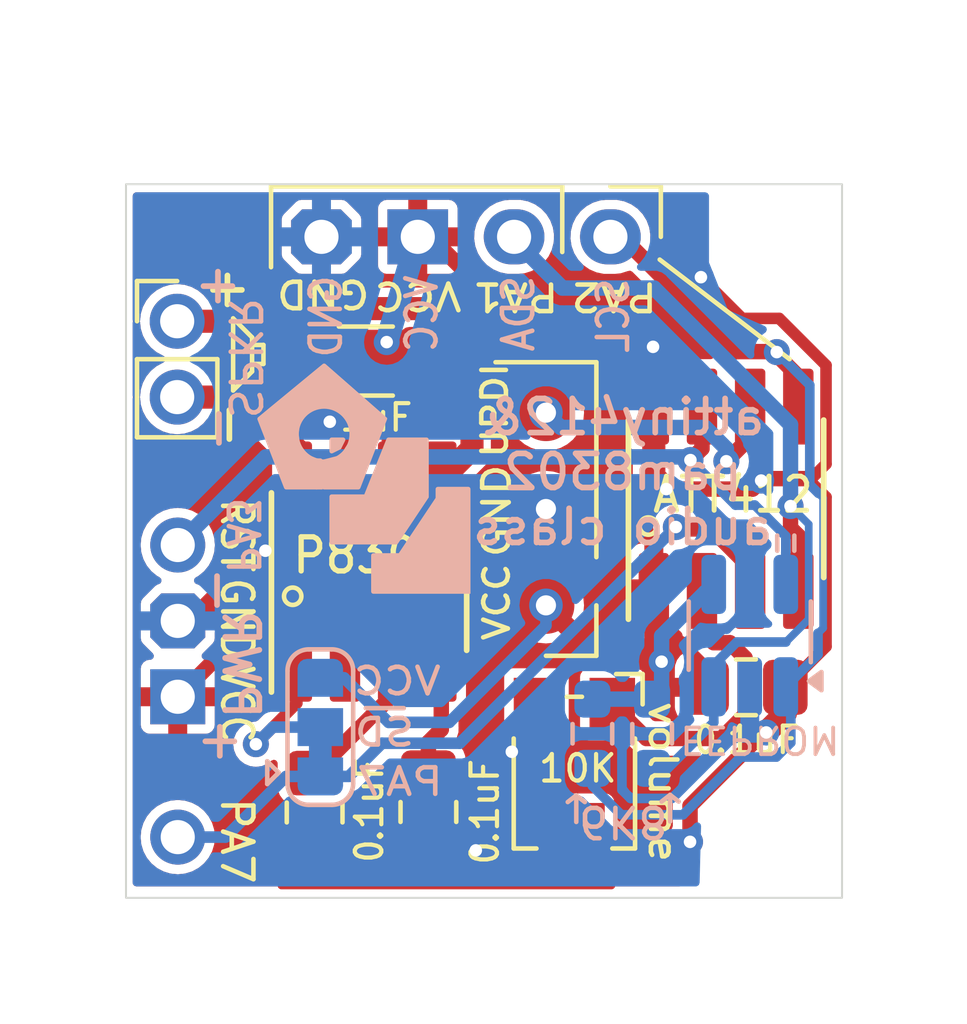
<source format=kicad_pcb>
(kicad_pcb (version 20221018) (generator pcbnew)

  (general
    (thickness 1.6)
  )

  (paper "A4")
  (layers
    (0 "F.Cu" signal)
    (31 "B.Cu" signal)
    (32 "B.Adhes" user "B.Adhesive")
    (33 "F.Adhes" user "F.Adhesive")
    (34 "B.Paste" user)
    (35 "F.Paste" user)
    (36 "B.SilkS" user "B.Silkscreen")
    (37 "F.SilkS" user "F.Silkscreen")
    (38 "B.Mask" user)
    (39 "F.Mask" user)
    (40 "Dwgs.User" user "User.Drawings")
    (41 "Cmts.User" user "User.Comments")
    (42 "Eco1.User" user "User.Eco1")
    (43 "Eco2.User" user "User.Eco2")
    (44 "Edge.Cuts" user)
    (45 "Margin" user)
    (46 "B.CrtYd" user "B.Courtyard")
    (47 "F.CrtYd" user "F.Courtyard")
    (48 "B.Fab" user)
    (49 "F.Fab" user)
  )

  (setup
    (pad_to_mask_clearance 0.0508)
    (solder_mask_min_width 0.101)
    (pcbplotparams
      (layerselection 0x00010fc_ffffffff)
      (plot_on_all_layers_selection 0x0000000_00000000)
      (disableapertmacros false)
      (usegerberextensions true)
      (usegerberattributes true)
      (usegerberadvancedattributes true)
      (creategerberjobfile true)
      (dashed_line_dash_ratio 12.000000)
      (dashed_line_gap_ratio 3.000000)
      (svgprecision 6)
      (plotframeref false)
      (viasonmask false)
      (mode 1)
      (useauxorigin false)
      (hpglpennumber 1)
      (hpglpenspeed 20)
      (hpglpendiameter 15.000000)
      (dxfpolygonmode true)
      (dxfimperialunits true)
      (dxfusepcbnewfont true)
      (psnegative false)
      (psa4output false)
      (plotreference true)
      (plotvalue true)
      (plotinvisibletext false)
      (sketchpadsonfab false)
      (subtractmaskfromsilk false)
      (outputformat 1)
      (mirror false)
      (drillshape 0)
      (scaleselection 1)
      (outputdirectory "gerbers")
    )
  )

  (net 0 "")
  (net 1 "GNDREF")
  (net 2 "VCC")
  (net 3 "Net-(C3-Pad1)")
  (net 4 "Net-(U1-IN+)")
  (net 5 "Net-(J3-Pin_1)")
  (net 6 "Net-(J3-Pin_2)")
  (net 7 "Net-(JP1-C)")
  (net 8 "unconnected-(U1-NC-Pad2)")
  (net 9 "/pa1-mosi-sda")
  (net 10 "/pa2-miso-scl")
  (net 11 "/pa3-sck")
  (net 12 "/updi")
  (net 13 "Net-(U1-IN-)")
  (net 14 "Net-(U2-PA6)")
  (net 15 "Net-(J4-Pin_1)")

  (footprint "Connector_PinHeader_2.00mm:PinHeader_1x02_P2.00mm_Vertical" (layer "F.Cu") (at 167.19 146.1 180))

  (footprint "Connector_PinHeader_2.00mm:PinHeader_1x02_P2.00mm_Vertical" (layer "F.Cu") (at 167.175 136.2))

  (footprint "MountingHole:MountingHole_2.2mm_M2" (layer "F.Cu") (at 182.88 149.3))

  (footprint "MountingHole:MountingHole_2.2mm_M2" (layer "F.Cu") (at 182.88 134.62))

  (footprint "Capacitor_SMD:C_1206_3216Metric_Pad1.33x1.80mm_HandSolder" (layer "F.Cu") (at 172.15 137.25 180))

  (footprint "Connector_PinHeader_2.00mm:PinHeader_1x01_P2.00mm_Vertical" (layer "F.Cu") (at 167.19 142.1))

  (footprint "attinyspeaker:D_SO-8_handsolder" (layer "F.Cu") (at 172.235 142.8 90))

  (footprint "Capacitor_SMD:C_0805_2012Metric_Pad1.18x1.45mm_HandSolder" (layer "F.Cu") (at 173.8 149.1375 90))

  (footprint "Capacitor_SMD:C_0805_2012Metric_Pad1.18x1.45mm_HandSolder" (layer "F.Cu") (at 182.175 145.85))

  (footprint "Connector_PinHeader_2.54mm:PinHeader_1x04_P2.54mm_Vertical" (layer "F.Cu") (at 178.6 133.975 -90))

  (footprint "attinyspeaker:PinHeader_1x03_P2.54mm_Vertical_smd" (layer "F.Cu") (at 176.9 143.69 180))

  (footprint "Capacitor_SMD:C_0805_2012Metric_Pad1.18x1.45mm_HandSolder" (layer "F.Cu") (at 170.8 149.15 90))

  (footprint "attinyspeaker:D_SO-8_handsolder" (layer "F.Cu") (at 181.65 140.88 90))

  (footprint "attinyspeaker:Potentiometer_Bourns_TC33X_Vertical_handsolder" (layer "F.Cu") (at 177.65 148.2 -90))

  (footprint "Connector_PinHeader_2.00mm:PinHeader_1x01_P2.00mm_Vertical" (layer "F.Cu") (at 167.19 149.8 90))

  (footprint "Package_TO_SOT_SMD:SOT-23-5_HandSoldering" (layer "B.Cu") (at 182.275 144.4875 90))

  (footprint "attinyspeaker:makerlogo" (layer "B.Cu") (at 172.95 141.525 180))

  (footprint "Resistor_SMD:R_0603_1608Metric_Pad0.98x0.95mm_HandSolder" (layer "B.Cu") (at 178.125 147.075 -90))

  (footprint "attinyspeaker:SolderJumper-3_P1.3mm_Bridged12_RoundedPad1.0x1.2mm" (layer "B.Cu") (at 170.95 146.9 90))

  (footprint "Resistor_SMD:R_0603_1608Metric_Pad0.98x0.95mm_HandSolder" (layer "B.Cu") (at 179.7 147.075 -90))

  (gr_line (start 183.45 142.25) (end 183.45 141.85)
    (stroke (width 0.12) (type default)) (layer "B.SilkS") (tstamp 1e8d4021-06b1-488e-9dd2-972cdf4fd010))
  (gr_line (start 179.95 148.8625) (end 180.175 148.6875)
    (stroke (width 0.12) (type default)) (layer "B.SilkS") (tstamp 251830df-d325-46c9-bfed-b62469980711))
  (gr_line (start 183 142.25) (end 183 141.85)
    (stroke (width 0.12) (type default)) (layer "B.SilkS") (tstamp 502021f4-095d-450b-a0e5-09209962b0b3))
  (gr_line (start 177.7 149.4) (end 177.7 148.7)
    (stroke (width 0.12) (type default)) (layer "B.SilkS") (tstamp 5a430983-8eb6-41c0-8cea-0a172ed2e3ae))
  (gr_line (start 180.175 148.6875) (end 180.4 148.8625)
    (stroke (width 0.12) (type default)) (layer "B.SilkS") (tstamp 7d9f9f85-d36a-4ba5-a192-6ed3c8444108))
  (gr_line (start 177.7 148.7) (end 177.925 148.875)
    (stroke (width 0.12) (type default)) (layer "B.SilkS") (tstamp a4c3bb15-8999-4340-92ee-07f5505df714))
  (gr_line (start 172.15 146.4) (end 173.15 146.4)
    (stroke (width 0.12) (type default)) (layer "B.SilkS") (tstamp a591a492-b47e-4302-8b7b-01372c09d526))
  (gr_line (start 177.475 148.875) (end 177.7 148.7)
    (stroke (width 0.12) (type default)) (layer "B.SilkS") (tstamp e432b847-c5f9-4d08-bef4-44fd5b060551))
  (gr_line (start 180.175 149.3875) (end 180.175 148.6875)
    (stroke (width 0.12) (type default)) (layer "B.SilkS") (tstamp f03598ee-0407-4a28-b31d-97ae928fa08f))
  (gr_line (start 168.65 136.125) (end 168.65 138.025)
    (stroke (width 0.12) (type solid)) (layer "F.SilkS") (tstamp 16d88998-9e2f-4c00-8cec-5826156a721e))
  (gr_line (start 169.15 137.525) (end 169.15 136.625)
    (stroke (width 0.12) (type solid)) (layer "F.SilkS") (tstamp 3b86bbf5-c15f-4fb6-b16c-7a1506c3ae52))
  (gr_line (start 169.45 137.325) (end 169.45 136.825)
    (stroke (width 0.12) (type solid)) (layer "F.SilkS") (tstamp 3f08aab7-fa13-4902-b7fd-c463d2c0460d))
  (gr_line (start 169.15 137.325) (end 169.45 137.325)
    (stroke (width 0.12) (type solid)) (layer "F.SilkS") (tstamp 59171871-9896-4dd6-b191-c18c34ba4e37))
  (gr_circle (center 179.6 141.6) (end 179.727 141.4095)
    (stroke (width 0.12) (type solid)) (fill none) (layer "F.SilkS") (tstamp 94a21413-9821-4587-923e-f37548a5150a))
  (gr_line (start 169.15 136.625) (end 168.65 136.125)
    (stroke (width 0.12) (type solid)) (layer "F.SilkS") (tstamp 9fe02051-efa8-4363-9a65-3171a0eca89c))
  (gr_line (start 169.15 136.825) (end 169.45 136.825)
    (stroke (width 0.12) (type solid)) (layer "F.SilkS") (tstamp b28c62ea-c3e8-4806-a03c-64b694001d81))
  (gr_line (start 179.9 134.575) (end 183.325 137.2)
    (stroke (width 0.12) (type solid)) (layer "F.SilkS") (tstamp b3028d91-86b8-4c41-b135-5960f5b2007b))
  (gr_line (start 168.65 138.025) (end 169.15 137.525)
    (stroke (width 0.12) (type solid)) (layer "F.SilkS") (tstamp c28fb632-0665-43b6-b326-e96bdaf0da17))
  (gr_circle (center 170.221048 143.45) (end 170.348048 143.2595)
    (stroke (width 0.12) (type solid)) (fill none) (layer "F.SilkS") (tstamp f378cc58-beea-4038-a807-7a992469bfe5))
  (gr_rect (start 165.825 132.588) (end 184.7088 151.4)
    (stroke (width 0.05) (type default)) (fill none) (layer "Edge.Cuts") (tstamp 086fdd64-1125-4f28-9ccb-c20c4bccc0ff))
  (gr_text "6K8" (at 177.7 148.925 180) (layer "B.SilkS") (tstamp 040b2aa9-0fd2-42a0-aff4-256371b9f50d)
    (effects (font (size 0.8 0.8) (thickness 0.12)) (justify left bottom mirror))
  )
  (gr_text "SD" (at 173.5 147.45) (layer "B.SilkS") (tstamp 052dfaa6-70ab-4506-851c-f10e2be38728)
    (effects (font (size 0.7 0.8) (thickness 0.12)) (justify left bottom mirror))
  )
  (gr_text "+" (at 168.25 135.2) (layer "B.SilkS") (tstamp 25c0c83a-69e4-4bb3-a4ba-e35ba5e17f0f)
    (effects (font (size 1 1) (thickness 0.15)) (justify mirror))
  )
  (gr_text "EEPROM" (at 180.375 146.820276 180) (layer "B.SilkS") (tstamp 2a867932-d5e7-4ddc-a36e-6a7db09f0bb0)
    (effects (font (size 0.7 0.7) (thickness 0.1)) (justify left bottom mirror))
  )
  (gr_text "PA3" (at 168.9 141.85 270) (layer "B.SilkS") (tstamp 4cfbca0e-53c4-4087-ae31-b1c3f9919650)
    (effects (font (size 0.8 0.7) (thickness 0.12)) (justify mirror))
  )
  (gr_text "VCC" (at 174.2 146.1) (layer "B.SilkS") (tstamp 606fabc7-4a5f-4471-b3fb-376a0bc11488)
    (effects (font (size 0.7 0.8) (thickness 0.12)) (justify left bottom mirror))
  )
  (gr_text "SPKR" (at 168.95 137.175 -90) (layer "B.SilkS") (tstamp 6f52f85c-aac3-4a99-8226-7744ad08fdc3)
    (effects (font (size 0.8 0.8) (thickness 0.12)) (justify mirror))
  )
  (gr_text "SDA" (at 176.175 136 90) (layer "B.SilkS") (tstamp 6f9fa8d1-7dc5-44f9-a7c5-d53baa368207)
    (effects (font (size 0.8 0.7) (thickness 0.12) bold) (justify mirror))
  )
  (gr_text "-" (at 168.35 139.025 -90) (layer "B.SilkS") (tstamp 745a27e0-733b-4d2b-b0f0-d4c1457e893e)
    (effects (font (size 1 1) (thickness 0.15)) (justify mirror))
  )
  (gr_text "GND" (at 171.1 136.075 90) (layer "B.SilkS") (tstamp a3eaa329-1c23-49fc-9fb5-976de81b788e)
    (effects (font (size 0.8 0.7) (thickness 0.12) bold) (justify mirror))
  )
  (gr_text "VCC" (at 173.625 136 90) (layer "B.SilkS") (tstamp a9240eb1-cd96-4728-9dbf-17ea5e90b45d)
    (effects (font (size 0.8 0.7) (thickness 0.12) bold) (justify mirror))
  )
  (gr_text "PWR" (at 168.85 145.25 270) (layer "B.SilkS") (tstamp b66e1c10-0587-45d0-a2dc-801c3d030ad5)
    (effects (font (size 0.9 0.9) (thickness 0.15)) (justify mirror))
  )
  (gr_text "PA7" (at 174.25 148.75) (layer "B.SilkS") (tstamp d365a5bc-099e-4185-81c6-21656909ed2f)
    (effects (font (size 0.7 0.8) (thickness 0.12)) (justify left bottom mirror))
  )
  (gr_text "SCL" (at 178.675 136.05 90) (layer "B.SilkS") (tstamp d9cdb60a-ecfa-4866-ad81-ca393f637bae)
    (effects (font (size 0.8 0.7) (thickness 0.12) bold) (justify mirror))
  )
  (gr_text "attiny412&\npam8302\naudio class" (at 178.925 140.175) (layer "B.SilkS") (tstamp dc1b236b-f9c0-4759-a263-dfd190908c9f)
    (effects (font (size 0.9 0.9) (thickness 0.15)) (justify mirror))
  )
  (gr_text "+\n" (at 168.3 147.2) (layer "B.SilkS") (tstamp e02b47af-92a8-4b6e-841f-f88d0fa73eb7)
    (effects (font (size 1 1) (thickness 0.15)) (justify mirror))
  )
  (gr_text "-" (at 168.3 143.3 -90) (layer "B.SilkS") (tstamp e1b0380f-01af-4f4c-986f-502b633a3c03)
    (effects (font (size 1 1) (thickness 0.15)) (justify mirror))
  )
  (gr_text "GND" (at 175.6 141.2 90) (layer "F.SilkS") (tstamp 006ac304-996e-4e86-853e-b0c77b8125c6)
    (effects (font (size 0.7 0.8) (thickness 0.12) bold))
  )
  (gr_text "GND" (at 168.75 144.05 270) (layer "F.SilkS") (tstamp 42795956-f125-4166-860d-4316fe3791b8)
    (effects (font (size 0.8 0.7) (thickness 0.12)))
  )
  (gr_text ".1uF\n" (at 181.275 147.65) (layer "F.SilkS") (tstamp 5644d86f-69ba-4249-8e01-0af091cdc75f)
    (effects (font (size 0.7 0.7) (thickness 0.11) bold) (justify left bottom))
  )
  (gr_text "0" (at 180.75 147.65) (layer "F.SilkS") (tstamp 56c4c18c-f046-4ac8-9c52-ac3070795290)
    (effects (font (size 0.7 0.6) (thickness 0.11) bold) (justify left bottom))
  )
  (gr_text "PA7" (at 168.75 149.9 270) (layer "F.SilkS") (tstamp 6559ccde-bbfa-40af-8ad2-26386eaa3cbe)
    (effects (font (size 0.8 0.8) (thickness 0.12)))
  )
  (gr_text "-" (at 168.625 138.925 -90) (layer "F.SilkS") (tstamp 65908b01-f0a0-46e1-84f2-bf49d46af2a7)
    (effects (font (size 1 1) (thickness 0.15)))
  )
  (gr_text "PA1" (at 176.1 135.55 180) (layer "F.SilkS") (tstamp 6e1f3770-4a6c-454c-abf7-7b3076c7732e)
    (effects (font (size 0.7 0.8) (thickness 0.12) bold))
  )
  (gr_text "P8302" (at 170.15 142.9) (layer "F.SilkS") (tstamp 795b66e8-ade3-4e9b-a7f0-95a5dd41c860)
    (effects (font (size 0.9 0.85) (thickness 0.14)) (justify left bottom))
  )
  (gr_text "ATT412" (at 179.65 141.3) (layer "F.SilkS") (tstamp 7a05031a-0075-419a-adfd-710a5e8d2422)
    (effects (font (size 0.9 0.8) (thickness 0.13)) (justify left bottom))
  )
  (gr_text ".1uF\n" (at 175.7 150.05 90) (layer "F.SilkS") (tstamp 7e77def5-a367-476f-8a11-e0d70b03cf4a)
    (effects (font (size 0.7 0.7) (thickness 0.11) bold) (justify left bottom))
  )
  (gr_text "UPDI" (at 175.55 138.55 90) (layer "F.SilkS") (tstamp 84549459-cbab-4abe-8c2a-898b15a019b7)
    (effects (font (size 0.65 0.7) (thickness 0.12) bold))
  )
  (gr_text ".1uF\n" (at 172.65 150 90) (layer "F.SilkS") (tstamp 862ece98-544a-4b0f-b2f3-0e4dda14d287)
    (effects (font (size 0.7 0.7) (thickness 0.11) bold) (justify left bottom))
  )
  (gr_text "+" (at 168.5 135.3) (layer "F.SilkS") (tstamp 899d6960-0494-4e8f-9091-802503c02d1b)
    (effects (font (size 1 1) (thickness 0.15)))
  )
  (gr_text "volume" (at 179.575 146.15 270) (layer "F.SilkS") (tstamp 904a3f62-cb5b-4a82-a5b6-8b5eb45e9d6a)
    (effects (font (size 0.7 0.8) (thickness 0.12)) (justify left bottom))
  )
  (gr_text "0" (at 172.65 150.525 90) (layer "F.SilkS") (tstamp 93a23137-ae36-4413-aa15-3da66e064376)
    (effects (font (size 0.7 0.6) (thickness 0.11) bold) (justify left bottom))
  )
  (gr_text "PA2" (at 178.7 135.55 180) (layer "F.SilkS") (tstamp 9832821a-2140-442a-8e39-bfe8e37e7e3c)
    (effects (font (size 0.7 0.8) (thickness 0.12) bold))
  )
  (gr_text "VCC" (at 173.525 135.525 180) (layer "F.SilkS") (tstamp 9a334c2d-ea1e-4f9b-9563-937977728978)
    (effects (font (size 0.7 0.8) (thickness 0.12) bold))
  )
  (gr_text "VCC" (at 175.6 143.6 90) (layer "F.SilkS") (tstamp a5712663-d3f2-443c-8c3c-9113f1a0b7e6)
    (effects (font (size 0.65 0.7) (thickness 0.12) bold))
  )
  (gr_text "1uF" (at 171.4 139.15) (layer "F.SilkS") (tstamp b315d4f3-484f-4fca-980b-0586c48c40c8)
    (effects (font (size 0.7 0.7) (thickness 0.11) bold) (justify left bottom))
  )
  (gr_text "VCC" (at 168.75 146.3 -90) (layer "F.SilkS") (tstamp c7699973-e377-4c8c-8edc-6474ca187ece)
    (effects (font (size 0.8 0.7) (thickness 0.12)))
  )
  (gr_text "RST" (at 168.75 141.85 270) (layer "F.SilkS") (tstamp cf4ab8aa-553e-4032-991b-c6cacf7dabca)
    (effects (font (size 0.8 0.7) (thickness 0.12)))
  )
  (gr_text "GND" (at 171.025 135.475 180) (layer "F.SilkS") (tstamp ddc0999f-48c1-4a48-960f-30f430270283)
    (effects (font (size 0.7 0.8) (thickness 0.12) bold))
  )
  (gr_text "0" (at 175.7 150.575 90) (layer "F.SilkS") (tstamp deb86cc0-d70e-4740-b625-5590687ccb5f)
    (effects (font (size 0.7 0.6) (thickness 0.11) bold) (justify left bottom))
  )
  (gr_text "10K" (at 176.65 148.4) (layer "F.SilkS") (tstamp e2d97905-e118-4071-ae77-9573b89ccb34)
    (effects (font (size 0.7 0.7) (thickness 0.11) bold) (justify left bottom))
  )

  (segment (start 167.19 144.1) (end 167.65 144.1) (width 0.6096) (layer "F.Cu") (net 1) (tstamp 0bf2a7d8-65a8-4aa7-a0cd-c368a1fb4122))
  (segment (start 173.8 150.175) (end 175.025 150.175) (width 0.6096) (layer "F.Cu") (net 1) (tstamp 1357af38-90b7-4c08-8259-afdab3b89007))
  (segment (start 184.2862 137.360542) (end 183.050658 136.125) (width 0.3048) (layer "F.Cu") (net 1) (tstamp 135940ef-792f-4c9f-9039-ca08046ddc85))
  (segment (start 180.7 148.975) (end 180.7 149.925) (width 0.4064) (layer "F.Cu") (net 1) (tstamp 162fd699-5040-4884-ac00-136032f19fcd))
  (segment (start 182.07375 136.125) (end 180.986875 135.038125) (width 0.3048) (layer "F.Cu") (net 1) (tstamp 1e6ea017-ae26-4b5f-aed4-fe8f6cdf01d9))
  (segment (start 176.65 146.9) (end 176.65 146.3) (width 0.6096) (layer "F.Cu") (net 1) (tstamp 1ecb17ec-f02f-4740-88ba-1e55a4bcd7fe))
  (segment (start 182.709299 147.040678) (end 182.634322 147.040678) (width 0.4064) (layer "F.Cu") (net 1) (tstamp 2569b532-d038-4357-8720-10c712f76667))
  (segment (start 179.745 140.295) (end 179.745 138.45) (width 0.6096) (layer "F.Cu") (net 1) (tstamp 33b8e643-fcb7-4544-93eb-cb43dccb2cef))
  (segment (start 171.6 140.37) (end 171.6 139.25) (width 0.6096) (layer "F.Cu") (net 1) (tstamp 39df4d5c-432b-45f8-b096-bcf77865e5be))
  (segment (start 170.639999 142.25) (end 169.5 142.25) (width 0.6096) (layer "F.Cu") (net 1) (tstamp 57f2df62-bcca-401c-82d2-057f3eb73b0c))
  (segment (start 167.65 144.1) (end 169.5 142.25) (width 0.6096) (layer "F.Cu") (net 1) (tstamp 58a0f053-e5f3-4bc0-a44a-b62e4a0dbe62))
  (segment (start 182.575 140.4) (end 182.6258 140.3492) (width 0.4064) (layer "F.Cu") (net 1) (tstamp 5bb293f3-c95b-453c-971e-0082be86ec50))
  (segment (start 184.2862 140.8362) (end 184.2862 144.7763) (width 0.3048) (layer "F.Cu") (net 1) (tstamp 7e838c1e-eace-4535-9d1c-b24e193a9d91))
  (segment (start 183.85 140.4) (end 184.2862 139.9638) (width 0.3048) (layer "F.Cu") (net 1) (tstamp 7ee6f2b2-e43d-4ec8-9507-3691b48e5fc5))
  (segment (start 184.2862 139.9638) (end 184.2862 137.360542) (width 0.3048) (layer "F.Cu") (net 1) (tstamp 8254d387-0264-4548-aa60-dd20e47bfe75))
  (segment (start 183.050658 136.125) (end 182.07375 136.125) (width 0.3048) (layer "F.Cu") (net 1) (tstamp 83c8179f-ec07-4fa9-9571-649ee6c454a7))
  (segment (start 182.35 140.625) (end 182.575 140.4) (width 0.4064) (layer "F.Cu") (net 1) (tstamp 88f2b67a-37a7-4e26-8188-03b40b6b6de7))
  (segment (start 182.6258 140.3492) (end 183.7992 140.3492) (width 0.4064) (layer "F.Cu") (net 1) (tstamp 9ae66b5a-c436-43ea-8f78-cadd67151de8))
  (segment (start 182.634322 147.040678) (end 180.7 148.975) (width 0.4064) (layer "F.Cu") (net 1) (tstamp 9d1c1f31-61d6-4e4d-b5d6-9d0768aa1a56))
  (segment (start 171.2 138.85) (end 170.5875 138.2375) (width 0.6096) (layer "F.Cu") (net 1) (tstamp 9f06bc87-6f3a-460e-954f-47e7392cc1a6))
  (segment (start 171.6 141.289999) (end 170.639999 142.25) (width 0.6096) (layer "F.Cu") (net 1) (tstamp 9f67d640-5018-427e-839c-f1b462654fe2))
  (segment (start 183.7992 140.3492) (end 183.85 140.4) (width 0.4064) (layer "F.Cu") (net 1) (tstamp ab5770c3-29cb-44d3-9533-6163222ea2b9))
  (segment (start 184.2862 144.7763) (end 183.2125 145.85) (width 0.3048) (layer "F.Cu") (net 1) (tstamp c0c0608c-33bb-44ec-b7dc-a9662614c381))
  (segment (start 176 147.55) (end 176.65 146.9) (width 0.6096) (layer "F.Cu") (net 1) (tstamp c196beb3-5572-49bc-b944-a885806c8522))
  (segment (start 180.075 140.625) (end 182.35 140.625) (width 0.4064) (layer "F.Cu") (net 1) (tstamp c1f3018f-7522-460a-acfd-9344d2c3840e))
  (segment (start 183.2125 146.537477) (end 183.2125 145.85) (width 0.6096) (layer "F.Cu") (net 1) (tstamp d7524397-f535-4b7e-b7a0-261a085af887))
  (segment (start 179.745 136.895) (end 179.725 136.875) (width 0.4064) (layer "F.Cu") (net 1) (tstamp d96fe050-a84f-45d7-9f94-8ed5e0cfa848))
  (segment (start 171.6 140.37) (end 171.6 141.289999) (width 0.6096) (layer "F.Cu") (net 1) (tstamp df35591f-d958-4e79-8fca-2784d47cac05))
  (segment (start 179.745 138.45) (end 179.745 136.895) (width 0.4064) (layer "F.Cu") (net 1) (tstamp dfc96f54-a492-4093-acfc-abebf7a56a65))
  (segment (start 182.709299 147.040678) (end 183.2125 146.537477) (width 0.6096) (layer "F.Cu") (net 1) (tstamp e4955244-164f-4663-93e2-be58e7df963a))
  (segment (start 183.85 140.4) (end 184.2862 140.8362) (width 0.3048) (layer "F.Cu") (net 1) (tstamp ea0c7315-8a3c-4a31-82d5-4902f61f80fd))
  (segment (start 180.075 140.625) (end 179.745 140.295) (width 0.6096) (layer "F.Cu") (net 1) (tstamp ef24ed48-9944-4908-884b-b1a7daaf9a60))
  (segment (start 170.5875 138.2375) (end 170.5875 137.25) (width 0.6096) (layer "F.Cu") (net 1) (tstamp f41fb8b9-3ae8-4274-9fd5-a32e8733a156))
  (segment (start 171.6 139.25) (end 171.2 138.85) (width 0.6096) (layer "F.Cu") (net 1) (tstamp f98ab7e4-6830-45d4-9001-1235c7e42c27))
  (segment (start 175.025 150.175) (end 175.05 150.15) (width 0.6096) (layer "F.Cu") (net 1) (tstamp fb5f178d-8107-4d98-af0a-d7783a331f43))
  (via (at 182.709299 147.040678) (size 0.6858) (drill 0.3302) (layers "F.Cu" "B.Cu") (net 1) (tstamp 04425d68-7510-4d0e-b1ab-4d3cd2eb15e3))
  (via (at 180.7 149.925) (size 0.6858) (drill 0.3302) (layers "F.Cu" "B.Cu") (net 1) (tstamp 69973f30-4638-435e-a032-16bbc0433864))
  (via (at 175.05 150.15) (size 0.6858) (drill 0.3302) (layers "F.Cu" "B.Cu") (net 1) (tstamp 776f0fb1-b9ba-4faf-b1e1-7d4b828bec53))
  (via (at 176 147.55) (size 0.6858) (drill 0.3302) (layers "F.Cu" "B.Cu") (net 1) (tstamp 78aa4d8b-25ef-4f0f-b558-626198635d6d))
  (via (at 182.575 140.4) (size 0.6858) (drill 0.3302) (layers "F.Cu" "B.Cu") (net 1) (tstamp 797d4c99-5021-491b-b9a0-5661321bdfb5))
  (via (at 171.2 138.85) (size 0.6858) (drill 0.3302) (layers "F.Cu" "B.Cu") (net 1) (tstamp d2dbe1ea-31dc-4f33-bada-543c2130295a))
  (via (at 180.986875 135.038125) (size 0.6858) (drill 0.3302) (layers "F.Cu" "B.Cu") (net 1) (tstamp e2eaca43-67a5-4db0-b518-81ef8dc4d829))
  (via (at 176.9 141.15) (size 0.8858) (drill 0.5302) (layers "F.Cu" "B.Cu") (net 1) (tstamp f4e90600-7da1-4c22-a9f6-09c66a27840f))
  (via (at 180.075 140.625) (size 0.6858) (drill 0.3302) (layers "F.Cu" "B.Cu") (net 1) (tstamp f845705b-2168-49d8-bfc5-f422556c0188))
  (via (at 169.5 142.25) (size 0.6858) (drill 0.3302) (layers "F.Cu" "B.Cu") (net 1) (tstamp fca6fc12-e800-4077-8871-21d361e79945))
  (via (at 179.725 136.875) (size 0.6858) (drill 0.3302) (layers "F.Cu" "B.Cu") (net 1) (tstamp ff7e10fe-1ede-4521-85e0-bc3626acab36))
  (segment (start 181.3 144.3173) (end 181.667542 144.3173) (width 0.254) (layer "B.Cu") (net 1) (tstamp 020fd58f-fc73-48fe-810a-078b0052086f))
  (segment (start 180.098508 147.075) (end 180.675 146.498508) (width 0.254) (layer "B.Cu") (net 1) (tstamp 3d82d687-916a-4468-a36f-02b8aa6c2971))
  (segment (start 182.275 145.625) (end 182.275 146.723508) (width 0.254) (layer "B.Cu") (net 1) (tstamp 579db503-eb7e-4d44-87d5-95df7406f1a3))
  (segment (start 180.765987 140.625) (end 180.075 140.625) (width 0.254) (layer "B.Cu") (net 1) (tstamp 5c5433f6-f163-4eeb-9b76-867e46867d0a))
  (segment (start 182.025 143.959842) (end 182.025 141.884013) (width 0.254) (layer "B.Cu") (net 1) (tstamp 622db99c-c6ac-4af7-a7da-feb033bf52f9))
  (segment (start 182.275 146.723508) (end 180.218708 148.7798) (width 0.254) (layer "B.Cu") (net 1) (tstamp 72b07798-6c89-40f7-a1ae-672f0a1920f7))
  (segment (start 179.1298 148.7798) (end 178.9048 148.5548) (width 0.254) (layer "B.Cu") (net 1) (tstamp 77c9b515-a821-4622-8b6d-59cc55cb70d5))
  (segment (start 180.675 146.498508) (end 180.675 144.9423) (width 0.254) (layer "B.Cu") (net 1) (tstamp 7aaa6e38-77ef-422e-af44-2dfb56dd0b5d))
  (segment (start 178.9048 147.3298) (end 178.65 147.075) (width 0.254) (layer "B.Cu") (net 1) (tstamp 81c63271-52ea-4f09-a051-d60713af7c83))
  (segment (start 178.65 147.075) (end 176.475 147.075) (width 0.254) (layer "B.Cu") (net 1) (tstamp 8da7bfd6-9694-4d05-868c-61cf8f0eef86))
  (segment (start 176.475 147.075) (end 176 147.55) (width 0.254) (layer "B.Cu") (net 1) (tstamp b4b34805-47a7-41db-b540-f17da33f6151))
  (segment (start 182.025 141.884013) (end 180.765987 140.625) (width 0.254) (layer "B.Cu") (net 1) (tstamp b883d4e6-fab5-4a7f-8d60-dc37859a4885))
  (segment (start 180.675 144.9423) (end 181.3 144.3173) (width 0.254) (layer "B.Cu") (net 1) (tstamp bd6eb705-6388-4fab-af16-9d355ef19ee6))
  (segment (start 181.667542 144.3173) (end 182.025 143.959842) (width 0.254) (layer "B.Cu") (net 1) (tstamp c03d50ea-6a8e-44a2-95cd-ad069e0562c5))
  (segment (start 180.218708 148.7798) (end 179.1298 148.7798) (width 0.254) (layer "B.Cu") (net 1) (tstamp c244acae-9e7f-49ae-b8ff-ed682379e2ed))
  (segment (start 178.9048 148.5548) (end 178.9048 147.3298) (width 0.254) (layer "B.Cu") (net 1) (tstamp ebf656ce-777b-48e6-a4b4-6777d9e0199c))
  (segment (start 178.65 147.075) (end 180.098508 147.075) (width 0.254) (layer "B.Cu") (net 1) (tstamp fe95e177-3162-416b-949b-06937697f2b7))
  (segment (start 169.925 151.075) (end 178.625 151.075) (width 0.2032) (layer "F.Cu") (net 2) (tstamp 02c1210b-52ea-40c4-bd47-f068e0c23714))
  (segment (start 178.2925 142.8) (end 177.79 142.8) (width 0.6096) (layer "F.Cu") (net 2) (tstamp 0552c5c6-722c-43cb-b9e8-0725513f18ef))
  (segment (start 180.575 144.775) (end 181.1375 145.3375) (width 0.3048) (layer "F.Cu") (net 2) (tstamp 095d9f66-5107-4c19-8130-4315acc1e5e5))
  (segment (start 181.1375 145.3375) (end 181.1375 145.85) (width 0.3048) (layer "F.Cu") (net 2) (tstamp 0afd449d-d065-4f3d-afd7-50149813da93))
  (segment (start 173.2125 136.75) (end 173.7125 137.25) (width 0.6096) (layer "F.Cu") (net 2) (tstamp 17ad0694-7a24-4bf0-b851-88c4f6cb405a))
  (segment (start 172.7 136.75) (end 173.2125 136.75) (width 0.6096) (layer "F.Cu") (net 2) (tstamp 205ff9c2-7873-4d97-9058-3de9167e6154))
  (segment (start 175.65 142.34) (end 175.6 142.39) (width 0.4064) (layer "F.Cu") (net 2) (tstamp 244574fb-5ac1-42e0-9c6c-5d8ba1b63401))
  (segment (start 179.745 143.31) (end 178.8025 143.31) (width 0.6096) (layer "F.Cu") (net 2) (tstamp 424f60ed-87ee-4bf7-9ce5-972b4f06e350))
  (segment (start 175.65 135.775) (end 175.65 142.34) (width 0.4064) (layer "F.Cu") (net 2) (tstamp 4f5c54ea-1301-438f-84e0-c34b5d544a9d))
  (segment (start 172.87 138.0925) (end 172.87 140.37) (width 0.6096) (layer "F.Cu") (net 2) (tstamp 54ff379f-e494-46a8-8382-dbd8e371a4e2))
  (segment (start 174.79 143.2) (end 175.6 142.39) (width 0.4064) (layer "F.Cu") (net 2) (tstamp 684706ec-8d67-4272-8645-ba583ed05348))
  (segment (start 180.35 144.5) (end 179.745 143.895) (width 0.3048) (layer "F.Cu") (net 2) (tstamp 68935151-ebf9-462a-b0eb-667ff7088deb))
  (segment (start 172.87 143.18) (end 172.85 143.2) (width 0.6096) (layer "F.Cu") (net 2) (tstamp 6fbd2919-6f12-48d5-a048-15ad8e9ae1d5))
  (segment (start 173.7125 137.25) (end 172.87 138.0925) (width 0.6096) (layer "F.Cu") (net 2) (tstamp 7580ee1e-4173-4bde-aca8-d3526dcab148))
  (segment (start 169.1 143.85) (end 169.75 143.2) (width 0.4064) (layer "F.Cu") (net 2) (tstamp 86e73479-3ac3-466c-8f03-397d4375949f))
  (segment (start 169.1 144.19) (end 169.1 143.85) (width 0.4064) (layer "F.Cu") (net 2) (tstamp 8a10585d-cbc0-4d71-ae23-cf817e5aa505))
  (segment (start 167.19 146.1) (end 169.1 144.19) (width 0.4064) (layer "F.Cu") (net 2) (tstamp 905878b4-f94d-4580-a158-2d785e2bd22f))
  (segment (start 172.85 143.2) (end 174.79 143.2) (width 0.4064) (layer "F.Cu") (net 2) (tstamp 907fac10-6917-4e11-a549-69f12e41ee9d))
  (segment (start 175.6 142.39) (end 176.9 143.69) (width 0.4064) (layer "F.Cu") (net 2) (tstamp 93ceea76-622b-420d-9fbf-8bb8427c03d6))
  (segment (start 180.35 144.775) (end 180.35 144.5) (width 0.3048) (layer "F.Cu") (net 2) (tstamp a75a66f6-558e-44e9-a211-041f49d61996))
  (segment (start 172.87 140.37) (end 172.87 143.18) (width 0.6096) (layer "F.Cu") (net 2) (tstamp ab2618c1-aa5f-40e8-bf93-d4fa3b94944d))
  (segment (start 173.52 133.975) (end 173.85 133.975) (width 0.4064) (layer "F.Cu") (net 2) (tstamp c62825c9-807f-40bc-8f68-4139a388ed3c))
  (segment (start 177.79 142.8) (end 176.9 143.69) (width 0.6096) (layer "F.Cu") (net 2) (tstamp ce5cf6c4-bec6-4925-9474-41e86af6198e))
  (segment (start 173.85 133.975) (end 175.65 135.775) (width 0.4064) (layer "F.Cu") (net 2) (tstamp d649c1a5-67fd-47f6-8c00-ff8a035298f7))
  (segment (start 169.75 143.2) (end 172.85 143.2) (width 0.4064) (layer "F.Cu") (net 2) (tstamp df038850-9077-407d-905f-acdeca274c7e))
  (segment (start 178.8025 143.31) (end 178.2925 142.8) (width 0.6096) (layer "F.Cu") (net 2) (tstamp e9907f35-9f81-4547-9ad9-d9be7231e1fc))
  (segment (start 179.745 143.895) (end 179.745 143.31) (width 0.3048) (layer "F.Cu") (net 2) (tstamp ed1cd530-7701-4156-ac24-532d85428188))
  (segment (start 180.35 144.775) (end 180.575 144.775) (width 0.3048) (layer "F.Cu") (net 2) (tstamp f019d74b-dadf-4be7-ade2-b96d857cc1c3))
  (segment (start 179.95 145.175) (end 180.35 144.775) (width 0.3048) (layer "F.Cu") (net 2) (tstamp f7f388a4-0f06-4bb5-93c9-fee660795b6a))
  (via (at 176.9 143.69) (size 0.8858) (drill 0.5302) (layers "F.Cu" "B.Cu") (net 2) (tstamp 2021014f-2697-4b92-a9ba-e38b7ec104b9))
  (via (at 179.95 145.175) (size 0.6858) (drill 0.3302) (layers "F.Cu" "B.Cu") (net 2) (tstamp 5f6bcf2d-6861-42e5-ad6e-fefcd445f70c))
  (via (at 172.7 136.75) (size 0.6858) (drill 0.3302) (layers "F.Cu" "B.Cu") (net 2) (tstamp 9e5e3553-2f03-4b8b-8419-95f503451e43))
  (segment (start 176.9 144.225) (end 176.9 143.69) (width 0.3048) (layer "B.Cu") (net 2) (tstamp 27304694-e14a-4376-96e2-bebec697977c))
  (segment (start 170.95 145.6) (end 171.575 145.6) (width 0.3048) (layer "B.Cu") (net 2) (tstamp 4ae6f091-cf26-43ac-ab98-9920141e8e99))
  (segment (start 181.1 143.35) (end 181.325 143.35) (width 0.4064) (layer "B.Cu") (net 2) (tstamp 52e2a0ac-3aae-4369-8c66-e4bad9bdec7d))
  (segment (start 179.95 144.5) (end 181.1 143.35) (width 0.4064) (layer "B.Cu") (net 2) (tstamp 71018d19-5468-467c-81b8-20a02a227a9e))
  (segment (start 179.95 145.9125) (end 179.7 146.1625) (width 0.4064) (layer "B.Cu") (net 2) (tstamp 77218bee-af53-48f4-9c7c-9fefa9e76f8c))
  (segment (start 179.95 145.175) (end 179.95 144.5) (width 0.4064) (layer "B.Cu") (net 2) (tstamp 7a417fa9-88ab-4fa5-b891-6a58efa15b00))
  (segment (start 171.575 145.6) (end 172.75 146.775) (width 0.3048) (layer "B.Cu") (net 2) (tstamp 8253dc9e-8c25-4f95-a4f0-0dbd42a964c3))
  (segment (start 178.125 146.1625) (end 179.7 146.1625) (width 0.4064) (layer "B.Cu") (net 2) (tstamp 86532088-f77e-40e6-941a-2a3884fea0be))
  (segment (start 174.35 146.775) (end 176.9 144.225) (width 0.3048) (layer "B.Cu") (net 2) (tstamp 896069e3-2acc-4758-b9f1-6b963a56d7f6))
  (segment (start 172.75 146.775) (end 174.35 146.775) (width 0.3048) (layer "B.Cu") (net 2) (tstamp a9b457f4-b452-468b-a75f-e5616d911cef))
  (segment (start 179.95 145.175) (end 179.95 145.9125) (width 0.4064) (layer "B.Cu") (net 2) (tstamp afb4380c-82ea-4c81-9ca3-ac702d72e284))
  (segment (start 173.52 133.975) (end 172.7 136.75) (width 0.6096) (layer "B.Cu") (net 2) (tstamp b0a9d675-9d9b-48ba-a579-554fba4cac76))
  (segment (start 170.8 150.1875) (end 171.919 149.0685) (width 0.4064) (layer "F.Cu") (net 3) (tstamp 539febf1-393f-44af-bf07-fc57aa932de4))
  (segment (start 171.919 149.0685) (end 176.9685 149.0685) (width 0.4064) (layer "F.Cu") (net 3) (tstamp 9ceda4cb-0a81-4e51-a30d-35e144bfd5fe))
  (segment (start 176.9685 149.0685) (end 177.65 149.75) (width 0.4064) (layer "F.Cu") (net 3) (tstamp cdf8051d-c573-4450-b889-793b84d36582))
  (segment (start 170.8 148.1125) (end 172.87 146.0425) (width 0.4064) (layer "F.Cu") (net 4) (tstamp 1cc1dff7-b3fc-4a62-ada1-bbe88017a86e))
  (segment (start 172.87 146.0425) (end 172.87 145.23) (width 0.4064) (layer "F.Cu") (net 4) (tstamp bf677f95-ddb1-4ea9-9676-39d41507a1d4))
  (segment (start 169.4 136.2) (end 169.7326 135.8674) (width 0.6096) (layer "F.Cu") (net 5) (tstamp 13365d2a-4e8f-4ca9-bd2f-0db4f65d87f7))
  (segment (start 174.95 139.56) (end 174.14 140.37) (width 0.6096) (layer "F.Cu") (net 5) (tstamp 466c3a0f-3b3b-4f4a-8db6-f1525e96511f))
  (segment (start 174.597532 135.8674) (end 174.95 136.219868) (width 0.6096) (layer "F.Cu") (net 5) (tstamp 59462c2d-cef1-4e7a-950a-00cadeedf453))
  (segment (start 169.7326 135.8674) (end 174.597532 135.8674) (width 0.6096) (layer "F.Cu") (net 5) (tstamp 7d400099-9737-4b00-87a4-716fe8ae8e12))
  (segment (start 167.175 136.2) (end 169.4 136.2) (width 0.6096) (layer "F.Cu") (net 5) (tstamp eb8162e6-0cb2-45ba-81fa-14841dbb08c5))
  (segment (start 174.95 136.219868) (end 174.95 139.56) (width 0.6096) (layer "F.Cu") (net 5) (tstamp ec5e4243-8e5c-462b-ade8-49a373b71069))
  (segment (start 168.95 138.2) (end 167.175 138.2) (width 0.6096) (layer "F.Cu") (net 6) (tstamp 1dfc3794-58c4-4edb-a5c4-68fdc4b95d1e))
  (segment (start 170.33 140.37) (end 170.33 139.58) (width 0.6096) (layer "F.Cu") (net 6) (tstamp 43f97a02-9b64-4ca4-9385-621cced6ef1b))
  (segment (start 170.33 139.58) (end 168.95 138.2) (width 0.6096) (layer "F.Cu") (net 6) (tstamp 4f47b74b-cb26-4987-9058-8dee44e80259))
  (segment (start 170.33 145.23) (end 170.33 146.27) (width 0.3048) (layer "F.Cu") (net 7) (tstamp 0802b191-45c8-41c6-bc32-ce353c880462))
  (segment (start 170.33 146.27) (end 169.25 147.35) (width 0.3048) (layer "F.Cu") (net 7) (tstamp 157ced4e-eeff-49a9-af23-8706679901c0))
  (via (at 169.25 147.35) (size 0.6858) (drill 0.3302) (layers "F.Cu" "B.Cu") (net 7) (tstamp 0a7f6c49-770d-4589-9c3e-bef8a7c49b73))
  (segment (start 170.95 146.9) (end 169.7 146.9) (width 0.3048) (layer "B.Cu") (net 7) (tstamp 72e1d5d8-2d35-468e-b3ae-607335007a15))
  (segment (start 169.7 146.9) (end 169.25 147.35) (width 0.3048) (layer "B.Cu") (net 7) (tstamp a869a9ba-68c0-4198-8625-3b94b7921d32))
  (segment (start 183.35 141.65) (end 183.555 141.855) (width 0.4064) (layer "F.Cu") (net 9) (tstamp 12008a12-8b3f-4e17-91a0-75f31ea7f91f))
  (segment (start 183.555 141.855) (end 183.555 143.31) (width 0.4064) (layer "F.Cu") (net 9) (tstamp 395f831e-3989-4f03-9c5e-6813f24088ed))
  (segment (start 183.35 141.0731) (end 183.35 141.65) (width 0.4064) (layer "F.Cu") (net 9) (tstamp 668197aa-dd17-486b-8707-094e838904cd))
  (via (at 183.35 141.0731) (size 0.6858) (drill 0.3302) (layers "F.Cu" "B.Cu") (net 9) (tstamp b77034bd-7de7-49cb-9d91-d507900b63c6))
  (segment (start 183.8294 144.055442) (end 183.8294 141.5525) (width 0.2032) (layer "B.Cu") (net 9) (tstamp 102fdebd-140a-43fd-8e34-a22ab373c47e))
  (segment (start 183.35 138.925) (end 179.75 135.325) (width 0.4064) (layer "B.Cu") (net 9) (tstamp 1755cd1e-7ffc-4b77-bf14-e891bc20a274))
  (segment (start 181.325 146.775) (end 181.325 145.265158) (width 0.254) (layer "B.Cu") (net 9) (tstamp 2d0a3e9a-5f38-49c3-8fce-f0cb82a9dce2))
  (segment (start 181.932458 144.6577) (end 183.227142 144.6577) (width 0.254) (layer "B.Cu") (net 9) (tstamp 40e0567d-fb89-4280-9dfb-edef33b017f4))
  (segment (start 183.227142 144.6577) (end 183.8294 144.055442) (width 0.2032) (layer "B.Cu") (net 9) (tstamp 542f6e88-e6d7-4710-9090-6af45fd905d8))
  (segment (start 183.35 141.0731) (end 183.35 138.925) (width 0.4064) (layer "B.Cu") (net 9) (tstamp 68f61231-c04a-401f-aa28-882c04f6a4b5))
  (segment (start 179.75 135.325) (end 177.335 135.325) (width 0.4064) (layer "B.Cu") (net 9) (tstamp 93a00e4b-85ee-4f86-9e2e-8387312667fa))
  (segment (start 177.335 135.325) (end 176.01 134) (width 0.4064) (layer "B.Cu") (net 9) (tstamp a908eb31-1c0d-4226-9d55-7c91b5d7e98d))
  (segment (start 183.8294 141.5525) (end 183.35 141.0731) (width 0.2032) (layer "B.Cu") (net 9) (tstamp b6651e92-d9ed-47a7-b263-513379cb03a8))
  (segment (start 181.325 145.265158) (end 181.932458 144.6577) (width 0.254) (layer "B.Cu") (net 9) (tstamp b8421772-e8b0-45d9-96ee-133c01c6f7bc))
  (segment (start 179.7 147.9875) (end 180.1125 147.9875) (width 0.254) (layer "B.Cu") (net 9) (tstamp d54d1e43-9a8e-410c-9108-37048148027a))
  (segment (start 180.1125 147.9875) (end 181.325 146.775) (width 0.254) (layer "B.Cu") (net 9) (tstamp de9c287e-e22f-43d1-8382-e68b7300ec56))
  (segment (start 181.925 137) (end 182.9 137) (width 0.4064) (layer "F.Cu") (net 10) (tstamp 2373839e-c861-4b17-b5b6-2a9619fb52f3))
  (segment (start 183.555 137.655) (end 183.555 138.45) (width 0.4064) (layer "F.Cu") (net 10) (tstamp 23ed3399-4e17-4ea3-aabb-a993f5da0b56))
  (segment (start 182.9 137) (end 183.555 137.655) (width 0.4064) (layer "F.Cu") (net 10) (tstamp c40f89cf-4810-46e5-8fd2-13e423bd1684))
  (segment (start 178.6 133.975) (end 178.9 133.975) (width 0.4064) (layer "F.Cu") (net 10) (tstamp dccc4d83-fd15-440f-855a-3ba6320c58d7))
  (segment (start 178.9 133.975) (end 181.925 137) (width 0.4064) (layer "F.Cu") (net 10) (tstamp fe5ac5a2-0068-4cbc-aa3e-ca66349791b2))
  (via (at 182.986875 137.013125) (size 0.6858) (drill 0.3302) (layers "F.Cu" "B.Cu") (net 10) (tstamp 8df36b81-8356-44fd-bb51-3ec33de74c23))
  (segment (start 182.036622 147.688378) (end 182.977586 147.688378) (width 0.254) (layer "B.Cu") (net 10) (tstamp 01a2dd66-419e-4a39-9c12-1725b13a2d08))
  (segment (start 184.2104 144.2896) (end 184.075 144.425) (width 0.2032) (layer "B.Cu") (net 10) (tstamp 14401c52-fef9-48b7-8a19-c6198bccb24d))
  (segment (start 184.0875 140.7375) (end 184.2104 140.8604) (width 0.2032) (layer "B.Cu") (net 10) (tstamp 1978ce73-c4ec-49f0-b497-ad5a9abc3dfa))
  (segment (start 183.356999 147.308965) (end 183.356999 145.969499) (width 0.254) (layer "B.Cu") (net 10) (tstamp 1b1b5091-5cf8-47a7-862c-87279040629d))
  (segment (start 183.356999 145.969499) (end 183.225 145.8375) (width 0.254) (layer "B.Cu") (net 10) (tstamp 364acd5b-af81-441d-a7fd-9ff73a467f5f))
  (segment (start 183.225 145.8375) (end 184.075 144.9875) (width 0.254) (layer "B.Cu") (net 10) (tstamp 49e09433-b1dd-43b4-928f-1e9a84bec528))
  (segment (start 178.125 148.45) (end 178.8866 149.2116) (width 0.254) (layer "B.Cu") (net 10) (tstamp 587531f5-803c-4b6e-88fa-3c11e9b77539))
  (segment (start 184.2104 140.8604) (end 184.2104 144.2896) (width 0.2032) (layer "B.Cu") (net 10) (tstamp 5cb00acb-a045-448c-8181-bd102d9094bb))
  (segment (start 178.125 147.9875) (end 178.125 148.45) (width 0.254) (layer "B.Cu") (net 10) (tstamp 7a55f355-ffd8-452a-85b9-8f54cba4bfc8))
  (segment (start 183.858 140.508) (end 183.858 137.88425) (width 0.254) (layer "B.Cu") (net 10) (tstamp 88a0ed30-e742-4f60-a6aa-f0a458fa717c))
  (segment (start 178.8866 149.2116) (end 180.5134 149.2116) (width 0.254) (layer "B.Cu") (net 10) (tstamp a2729e05-7c70-404a-90c0-e6cde1fc6617))
  (segment (start 180.5134 149.2116) (end 182.036622 147.688378) (width 0.254) (layer "B.Cu") (net 10) (tstamp a5b92b3e-2162-466c-95b1-a0733f6488a5))
  (segment (start 184.075 144.9875) (end 184.075 144.425) (width 0.254) (layer "B.Cu") (net 10) (tstamp a8aa3577-4afd-4092-b5c0-836576aa9aa5))
  (segment (start 183.858 137.88425) (end 182.986875 137.013125) (width 0.254) (layer "B.Cu") (net 10) (tstamp bde4f9f8-dc5e-46b3-93e5-41610f08215b))
  (segment (start 182.977586 147.688378) (end 183.356999 147.308965) (width 0.254) (layer "B.Cu") (net 10) (tstamp e02757dc-a484-4d07-bce8-e55977c14b84))
  (segment (start 184.0875 140.7375) (end 183.858 140.508) (width 0.254) (layer "B.Cu") (net 10) (tstamp f6e6f8c5-bcd5-40ac-ad4d-9099fee685a5))
  (segment (start 181.015 139.5555) (end 181.015 138.45) (width 0.4064) (layer "F.Cu") (net 11) (tstamp ee8a01c5-a2c2-4d61-a514-bdb7099f34c8))
  (segment (start 180.71025 139.86025) (end 181.015 139.5555) (width 0.4064) (layer "F.Cu") (net 11) (tstamp efca6fd4-c447-451c-9f92-f88edf4a38fc))
  (via (at 180.71025 139.86025) (size 0.6858) (drill 0.3302) (layers "F.Cu" "B.Cu") (net 11) (tstamp 7a39cad9-6c4a-4735-b7da-905d8948c975))
  (segment (start 180.6261 139.7761) (end 169.5139 139.7761) (width 0.4064) (layer "B.Cu") (net 11) (tstamp 06657b81-1248-4de5-9100-177d50295604))
  (segment (start 169.5139 139.7761) (end 167.19 142.1) (width 0.4064) (layer "B.Cu") (net 11) (tstamp 39c80359-68d3-45dd-a68d-4f3299846297))
  (segment (start 182.408613 141.0477) (end 183.225 141.864087) (width 0.254) (layer "B.Cu") (net 11) (tstamp 5da221dc-efd6-4ebc-ac39-06989d7d2f55))
  (segment (start 180.71025 139.86025) (end 181.8977 141.0477) (width 0.254) (layer "B.Cu") (net 11) (tstamp 5de6cc7a-5059-42e3-95ab-e9f757012a7e))
  (segment (start 183.225 141.864087) (end 183.225 143.35) (width 0.254) (layer "B.Cu") (net 11) (tstamp 8f37d6e0-dd78-45a7-a89e-ab2bdf1d1e4e))
  (segment (start 181.8977 141.0477) (end 182.408613 141.0477) (width 0.254) (layer "B.Cu") (net 11) (tstamp b00d06cf-28ef-452c-9c6e-ce1bf2810d07))
  (segment (start 180.71025 139.86025) (end 180.6261 139.7761) (width 0.4064) (layer "B.Cu") (net 11) (tstamp eb9daad2-f04d-4eba-a65a-5961f8a6e9a2))
  (segment (start 182.285 139.262335) (end 182.285 138.45) (width 0.4064) (layer "F.Cu") (net 12) (tstamp 0fd229a2-474e-4401-a20d-72a9ea7bc93a))
  (segment (start 181.656599 139.890736) (end 182.285 139.262335) (width 0.4064) (layer "F.Cu") (net 12) (tstamp 7c92d456-4c34-4f29-963f-e7acab9e4b43))
  (via (at 176.9 138.61) (size 0.8858) (drill 0.5302) (layers "F.Cu" "B.Cu") (net 12) (tstamp 0a24f171-8282-4a07-834f-4a81138fc90c))
  (via (at 181.656599 139.890736) (size 0.6858) (drill 0.3302) (layers "F.Cu" "B.Cu") (net 12) (tstamp 47f78e1c-3ad2-4e52-8b62-6968ab8a62da))
  (segment (start 177.29 139) (end 176.9 138.61) (width 0.4064) (layer "B.Cu") (net 12) (tstamp 0667b294-f526-4986-8a44-c990cdb025a6))
  (segment (start 181.1 139) (end 177.29 139) (width 0.4064) (layer "B.Cu") (net 12) (tstamp 0931bb61-ec9e-45cf-bdf2-cea49d000842))
  (segment (start 181.656599 139.890736) (end 181.656599 139.556599) (width 0.4064) (layer "B.Cu") (net 12) (tstamp 4bb82e5a-e113-4828-8a14-cb2e938b8387))
  (segment (start 181.656599 139.556599) (end 181.1 139) (width 0.4064) (layer "B.Cu") (net 12) (tstamp c3985868-377d-4531-87c6-a165c5574191))
  (segment (start 173.8 147.3) (end 174.14 146.96) (width 0.4064) (layer "F.Cu") (net 13) (tstamp 38827619-2a69-4bb5-a87a-172a494f1ecd))
  (segment (start 174.14 146.96) (end 174.14 145.23) (width 0.4064) (layer "F.Cu") (net 13) (tstamp 5c3bc2c6-537c-4636-bccc-91edd5fafebb))
  (segment (start 173.8 148.1) (end 173.8 147.3) (width 0.4064) (layer "F.Cu") (net 13) (tstamp 99f5d703-a39d-47f5-aaba-a654ca26ddbb))
  (segment (start 181.015 143.31) (end 181.015 144.365) (width 0.4064) (layer "F.Cu") (net 14) (tstamp 11093142-8668-4c90-ba31-3e9dab594f4c))
  (segment (start 181.525 147.2) (end 179.55 147.2) (width 0.4064) (layer "F.Cu") (net 14) (tstamp 580b4969-a89a-419d-9371-e04f36f42852))
  (segment (start 179.55 147.2) (end 178.65 146.3) (width 0.4064) (layer "F.Cu") (net 14) (tstamp 79c0029e-1446-4aa9-b657-8b8c310d4428))
  (segment (start 182.15 145.075) (end 182.15 146.575) (width 0.4064) (layer "F.Cu") (net 14) (tstamp 859183bd-1907-488e-9cd6-74ea74372402))
  (segment (start 182.15 146.575) (end 181.525 147.2) (width 0.4064) (layer "F.Cu") (net 14) (tstamp 9e13bcf3-ed6f-4e07-9d86-0459ea04e92b))
  (segment (start 181.325 144.675) (end 181.75 144.675) (width 0.4064) (layer "F.Cu") (net 14) (tstamp a25599a6-b88c-4042-a19d-d646401dcc9c))
  (segment (start 181.015 144.365) (end 181.325 144.675) (width 0.4064) (layer "F.Cu") (net 14) (tstamp c04a2d97-065d-4418-9938-1c548cdbf9db))
  (segment (start 181.75 144.675) (end 182.15 145.075) (width 0.4064) (layer "F.Cu") (net 14) (tstamp d4a69b05-f384-409f-9d42-92f37cb807c1))
  (segment (start 181.264008 141.675) (end 182.285 142.695992) (width 0.4064) (layer "F.Cu") (net 15) (tstamp 19ff993a-e570-436c-a7b7-98fe621d0fc3))
  (segment (start 180.375 141.675) (end 181.264008 141.675) (width 0.4064) (layer "F.Cu") (net 15) (tstamp af3eb47f-d9da-49fc-bb3c-c404855c3eab))
  (segment (start 182.285 142.695992) (end 182.285 143.31) (width 0.4064) (layer "F.Cu") (net 15) (tstamp c8cb5a9a-6142-420e-9682-69755b0efc98))
  (segment (start 180.325 141.625) (end 180.375 141.675) (width 0.4064) (layer "F.Cu") (net 15) (tstamp f77da951-861c-4997-aff7-c2fa2196961d))
  (via (at 180.325 141.625) (size 0.6858) (drill 0.3302) (layers "F.Cu" "B.Cu") (net 15) (tstamp 693aefdc-0b57-4a2f-93ac-b9ad7505f9e3))
  (segment (start 170.05 148.2) (end 168.45 149.8) (width 0.3048) (layer "B.Cu") (net 15) (tstamp 0f0a8cb7-26fc-49e0-bd40-509b065fe510))
  (segment (start 170.95 148.2) (end 170.05 148.2) (width 0.3048) (layer "B.Cu") (net 15) (tstamp 74421f7e-d2d6-4905-8d2e-61c7ba6a59b7))
  (segment (start 171.7 148.2) (end 170.95 148.2) (width 0.3048) (layer "B.Cu") (net 15) (tstamp 865f08f2-3978-4dca-80c8-d2ed6e1c0fa0))
  (segment (start 172.575 147.325) (end 171.7 148.2) (width 0.3048) (layer "B.Cu") (net 15) (tstamp a6e73a8d-5eb1-44f8-a95b-1dcd1c333213))
  (segment (start 168.45 149.8) (end 167.19 149.8) (width 0.3048) (layer "B.Cu") (net 15) (tstamp aadf03be-2e5c-493c-9932-9b6d718423a5))
  (segment (start 174.625 147.325) (end 172.575 147.325) (width 0.3048) (layer "B.Cu") (net 15) (tstamp d3f59ea0-bb17-4f36-8d2c-ff2a9f8d22bb))
  (segment (start 180.325 141.625) (end 174.625 147.325) (width 0.3048) (layer "B.Cu") (net 15) (tstamp db2eee39-fa45-4b3c-b5e5-a3901f6f727e))

  (zone (net 2) (net_name "VCC") (layer "F.Cu") (tstamp 1397f8d4-66be-45dd-a0ea-ef010c9501e6) (hatch edge 0.5)
    (connect_pads (clearance 0.25))
    (min_thickness 0.2) (filled_areas_thickness no)
    (fill yes (thermal_gap 0.25) (thermal_bridge_width 0.5))
    (polygon
      (pts
        (xy 166 132.8)
        (xy 180.5 132.8)
        (xy 180.65 134.75)
        (xy 181.2 136.15)
        (xy 183.1 136.85)
        (xy 184.35 136.9)
        (xy 184.4 146.85)
        (xy 182.8 146.9)
        (xy 181.3 147.35)
        (xy 180.6 148.8)
        (xy 180.5 151.1)
        (xy 166 151.1)
      )
    )
    (filled_polygon
      (layer "F.Cu")
      (pts
        (xy 180.466514 132.818907)
        (xy 180.502478 132.868407)
        (xy 180.507031 132.891407)
        (xy 180.631261 134.506393)
        (xy 180.616873 134.565862)
        (xy 180.592823 134.592526)
        (xy 180.56366 134.614904)
        (xy 180.563656 134.614908)
        (xy 180.466472 134.741561)
        (xy 180.416047 134.776216)
        (xy 180.354883 134.774614)
        (xy 180.317926 134.751297)
        (xy 179.677534 134.110905)
        (xy 179.649757 134.056388)
        (xy 179.648665 134.035887)
        (xy 179.654272 133.925337)
        (xy 179.62423 133.729227)
        (xy 179.62423 133.729226)
        (xy 179.555327 133.543183)
        (xy 179.537964 133.515327)
        (xy 179.45038 133.374811)
        (xy 179.450377 133.374808)
        (xy 179.450373 133.374803)
        (xy 179.313692 133.231015)
        (xy 179.150861 133.11768)
        (xy 179.15085 133.117674)
        (xy 178.968533 133.039436)
        (xy 178.96853 133.039435)
        (xy 178.774205 132.9995)
        (xy 178.774199 132.9995)
        (xy 178.475527 132.9995)
        (xy 178.475525 132.9995)
        (xy 178.327622 133.01454)
        (xy 178.32762 133.014541)
        (xy 178.13832 133.073933)
        (xy 178.138319 133.073934)
        (xy 177.964863 133.170209)
        (xy 177.964854 133.170216)
        (xy 177.814319 133.299446)
        (xy 177.814312 133.299453)
        (xy 177.692877 133.456334)
        (xy 177.6229 133.598993)
        (xy 177.605505 133.634456)
        (xy 177.575951 133.748599)
        (xy 177.555775 133.826524)
        (xy 177.545728 134.024663)
        (xy 177.545727 134.024667)
        (xy 177.575769 134.220773)
        (xy 177.644672 134.406816)
        (xy 177.698806 134.493665)
        (xy 177.746189 134.569685)
        (xy 177.749621 134.57519)
        (xy 177.749626 134.575196)
        (xy 177.886307 134.718984)
        (xy 177.886309 134.718986)
        (xy 177.966232 134.774614)
        (xy 178.049138 134.832319)
        (xy 178.049141 134.832321)
        (xy 178.049146 134.832324)
        (xy 178.231465 134.910563)
        (xy 178.231467 134.910563)
        (xy 178.231469 134.910564)
        (xy 178.425794 134.950499)
        (xy 178.425799 134.950499)
        (xy 178.425801 134.9505)
        (xy 178.425802 134.9505)
        (xy 178.724475 134.9505)
        (xy 178.798426 134.942979)
        (xy 178.872379 134.935459)
        (xy 179.061678 134.876067)
        (xy 179.061682 134.876064)
        (xy 179.066292 134.874087)
        (xy 179.067065 134.875888)
        (xy 179.119293 134.865685)
        (xy 179.174771 134.891491)
        (xy 179.177326 134.893955)
        (xy 181.313867 137.030496)
        (xy 181.341644 137.085013)
        (xy 181.332073 137.145445)
        (xy 181.288808 137.18871)
        (xy 181.243863 137.1995)
        (xy 180.681192 137.1995)
        (xy 180.640254 137.205464)
        (xy 180.61296 137.209441)
        (xy 180.612958 137.209442)
        (xy 180.507723 137.260888)
        (xy 180.507722 137.260888)
        (xy 180.507722 137.260889)
        (xy 180.450147 137.318463)
        (xy 180.395633 137.346239)
        (xy 180.335201 137.336668)
        (xy 180.310145 137.318464)
        (xy 180.267438 137.275757)
        (xy 180.239663 137.221243)
        (xy 180.245979 137.167872)
        (xy 180.303126 137.029908)
        (xy 180.32352 136.875)
        (xy 180.303126 136.720092)
        (xy 180.243334 136.57574)
        (xy 180.243333 136.575739)
        (xy 180.243333 136.575738)
        (xy 180.148222 136.451787)
        (xy 180.148221 136.451786)
        (xy 180.148218 136.451782)
        (xy 180.148213 136.451778)
        (xy 180.148212 136.451777)
        (xy 180.024261 136.356666)
        (xy 180.024256 136.356664)
        (xy 179.879912 136.296875)
        (xy 179.879904 136.296873)
        (xy 179.725001 136.27648)
        (xy 179.724999 136.27648)
        (xy 179.570095 136.296873)
        (xy 179.570087 136.296875)
        (xy 179.425743 136.356664)
        (xy 179.425738 136.356666)
        (xy 179.301787 136.451777)
        (xy 179.301777 136.451787)
        (xy 179.206666 136.575738)
        (xy 179.206664 136.575743)
        (xy 179.146875 136.720087)
        (xy 179.146873 136.720095)
        (xy 179.12648 136.874999)
        (xy 179.12648 136.875)
        (xy 179.146873 137.029904)
        (xy 179.146875 137.029912)
        (xy 179.206664 137.174256)
        (xy 179.20991 137.179878)
        (xy 179.208024 137.180966)
        (xy 179.225206 137.229471)
        (xy 179.207833 137.288138)
        (xy 179.196244 137.302074)
        (xy 179.154803 137.343515)
        (xy 179.154801 137.343518)
        (xy 179.103427 137.448604)
        (xy 179.103427 137.448607)
        (xy 179.0935 137.51674)
        (xy 179.0935 139.38326)
        (xy 179.100118 139.428682)
        (xy 179.103427 139.451395)
        (xy 179.146163 139.538811)
        (xy 179.154802 139.556483)
        (xy 179.160705 139.562386)
        (xy 179.188481 139.616901)
        (xy 179.1897 139.632388)
        (xy 179.1897 140.283829)
        (xy 179.189642 140.287208)
        (xy 179.187418 140.352318)
        (xy 179.187419 140.352326)
        (xy 179.197545 140.393881)
        (xy 179.199438 140.403837)
        (xy 179.205265 140.446229)
        (xy 179.213365 140.464876)
        (xy 179.218747 140.48088)
        (xy 179.223558 140.500623)
        (xy 179.223562 140.500635)
        (xy 179.244521 140.537911)
        (xy 179.249029 140.546986)
        (xy 179.266079 140.586237)
        (xy 179.26608 140.586239)
        (xy 179.278912 140.602011)
        (xy 179.28841 140.615967)
        (xy 179.298374 140.633687)
        (xy 179.315694 140.651007)
        (xy 179.328629 140.663942)
        (xy 179.33542 140.671468)
        (xy 179.362411 140.704645)
        (xy 179.362412 140.704646)
        (xy 179.362415 140.704649)
        (xy 179.379027 140.716375)
        (xy 179.391932 140.727245)
        (xy 179.519916 140.855229)
        (xy 179.541376 140.887347)
        (xy 179.556665 140.924258)
        (xy 179.556666 140.924261)
        (xy 179.637873 141.030092)
        (xy 179.651782 141.048218)
        (xy 179.651786 141.048221)
        (xy 179.651787 141.048222)
        (xy 179.775738 141.143333)
        (xy 179.775739 141.143333)
        (xy 179.77574 141.143334)
        (xy 179.786214 141.147672)
        (xy 179.832741 141.187407)
        (xy 179.847026 141.246902)
        (xy 179.826875 141.299402)
        (xy 179.806666 141.32574)
        (xy 179.806664 141.325743)
        (xy 179.746875 141.470087)
        (xy 179.746873 141.470095)
        (xy 179.72648 141.624999)
        (xy 179.72648 141.625)
        (xy 179.746873 141.779904)
        (xy 179.746875 141.779912)
        (xy 179.806664 141.924256)
        (xy 179.806666 141.924261)
        (xy 179.898513 142.043958)
        (xy 179.901782 142.048218)
        (xy 179.956269 142.090027)
        (xy 179.990923 142.140448)
        (xy 179.995 142.168567)
        (xy 179.995 144.559998)
        (xy 179.995001 144.559999)
        (xy 180.079213 144.559999)
        (xy 180.079216 144.559998)
        (xy 180.14725 144.550087)
        (xy 180.252188 144.498785)
        (xy 180.309643 144.441331)
        (xy 180.36416 144.413554)
        (xy 180.424592 144.423125)
        (xy 180.449647 144.441328)
        (xy 180.507517 144.499198)
        (xy 180.566333 144.527951)
        (xy 180.610307 144.570494)
        (xy 180.612048 144.573937)
        (xy 180.635898 144.623461)
        (xy 180.64008 144.629595)
        (xy 180.639723 144.629838)
        (xy 180.641079 144.631748)
        (xy 180.641427 144.631492)
        (xy 180.645829 144.637457)
        (xy 180.645831 144.63746)
        (xy 180.645833 144.637462)
        (xy 180.686886 144.678516)
        (xy 180.689455 144.681183)
        (xy 180.727691 144.722393)
        (xy 180.75341 144.777911)
        (xy 180.741585 144.837942)
        (xy 180.696732 144.879558)
        (xy 180.689715 144.882487)
        (xy 180.557909 144.931647)
        (xy 180.442815 145.017807)
        (xy 180.442807 145.017815)
        (xy 180.356647 145.132909)
        (xy 180.356646 145.132911)
        (xy 180.306403 145.267618)
        (xy 180.306401 145.267629)
        (xy 180.3 145.327175)
        (xy 180.3 145.599999)
        (xy 180.300001 145.6)
        (xy 181.2885 145.6)
        (xy 181.346691 145.618907)
        (xy 181.382655 145.668407)
        (xy 181.3875 145.699)
        (xy 181.3875 146.001)
        (xy 181.368593 146.059191)
        (xy 181.319093 146.095155)
        (xy 181.2885 146.1)
        (xy 180.300001 146.1)
        (xy 180.3 146.100001)
        (xy 180.3 146.372824)
        (xy 180.299999 146.372824)
        (xy 180.306401 146.43237)
        (xy 180.306403 146.432381)
        (xy 180.356646 146.567088)
        (xy 180.356647 146.567091)
        (xy 180.372278 146.58797)
        (xy 180.392016 146.645884)
        (xy 180.373943 146.704339)
        (xy 180.324962 146.741007)
        (xy 180.293026 146.7463)
        (xy 179.778937 146.7463)
        (xy 179.720746 146.727393)
        (xy 179.708933 146.717304)
        (xy 179.529496 146.537867)
        (xy 179.501719 146.48335)
        (xy 179.5005 146.467863)
        (xy 179.5005 145.575327)
        (xy 179.500498 145.575315)
        (xy 179.496017 145.552789)
        (xy 179.485966 145.50226)
        (xy 179.430601 145.419399)
        (xy 179.430599 145.419397)
        (xy 179.347742 145.364035)
        (xy 179.34774 145.364034)
        (xy 179.347737 145.364033)
        (xy 179.347736 145.364033)
        (xy 179.274684 145.349501)
        (xy 179.274674 145.3495)
        (xy 178.025326 145.3495)
        (xy 178.025325 145.3495)
        (xy 178.025315 145.349501)
        (xy 177.952263 145.364033)
        (xy 177.952257 145.364035)
        (xy 177.8694 145.419397)
        (xy 177.869397 145.4194)
        (xy 177.814035 145.502257)
        (xy 177.814033 145.502263)
        (xy 177.799501 145.575315)
        (xy 177.7995 145.575327)
        (xy 177.7995 147.024672)
        (xy 177.799501 147.024684)
        (xy 177.814033 147.097736)
        (xy 177.814035 147.097742)
        (xy 177.869397 147.180599)
        (xy 177.8694 147.180602)
        (xy 177.933374 147.223347)
        (xy 177.95226 147.235966)
        (xy 177.999853 147.245433)
        (xy 178.025315 147.250498)
        (xy 178.02532 147.250498)
        (xy 178.025326 147.2505)
        (xy 178.917863 147.2505)
        (xy 178.976054 147.269407)
        (xy 178.987867 147.279496)
        (xy 179.207243 147.498872)
        (xy 179.214641 147.507152)
        (xy 179.237918 147.536341)
        (xy 179.237919 147.536342)
        (xy 179.28587 147.569034)
        (xy 179.288891 147.571177)
        (xy 179.335608 147.605656)
        (xy 179.342166 147.609122)
        (xy 179.341962 147.609507)
        (xy 179.34405 147.610561)
        (xy 179.34424 147.610168)
        (xy 179.35092 147.613385)
        (xy 179.350923 147.613387)
        (xy 179.350925 147.613387)
        (xy 179.350928 147.613389)
        (xy 179.389132 147.625172)
        (xy 179.406405 147.6305)
        (xy 179.409845 147.631631)
        (xy 179.464699 147.650826)
        (xy 179.464701 147.650826)
        (xy 179.464704 147.650827)
        (xy 179.471992 147.652206)
        (xy 179.471911 147.652632)
        (xy 179.474214 147.653024)
        (xy 179.474279 147.652594)
        (xy 179.481616 147.6537)
        (xy 179.539649 147.6537)
        (xy 179.54335 147.653769)
        (xy 179.545637 147.653854)
        (xy 179.601372 147.65594)
        (xy 179.601379 147.655938)
        (xy 179.608745 147.655109)
        (xy 179.608793 147.655539)
        (xy 179.622765 147.6537)
        (xy 180.99566 147.6537)
        (xy 181.053851 147.672607)
        (xy 181.089815 147.722107)
        (xy 181.089815 147.783293)
        (xy 181.084815 147.79574)
        (xy 180.949479 148.076077)
        (xy 180.930328 148.103041)
        (xy 180.401128 148.632241)
        (xy 180.392851 148.639637)
        (xy 180.363658 148.662918)
        (xy 180.33097 148.710862)
        (xy 180.32883 148.713878)
        (xy 180.294347 148.760602)
        (xy 180.290882 148.76716)
        (xy 180.290501 148.766958)
        (xy 180.289443 148.769053)
        (xy 180.289831 148.76924)
        (xy 180.286613 148.775921)
        (xy 180.269502 148.831391)
        (xy 180.268346 148.834904)
        (xy 180.249174 148.889697)
        (xy 180.247795 148.896986)
        (xy 180.247371 148.896905)
        (xy 180.246979 148.899214)
        (xy 180.247405 148.899279)
        (xy 180.2463 148.906613)
        (xy 180.2463 148.964649)
        (xy 180.246231 148.96835)
        (xy 180.24406 149.026374)
        (xy 180.244891 149.03375)
        (xy 180.24446 149.033798)
        (xy 180.2463 149.047767)
        (xy 180.2463 149.507901)
        (xy 180.227393 149.566092)
        (xy 180.225842 149.568168)
        (xy 180.181667 149.625738)
        (xy 180.181664 149.625743)
        (xy 180.121875 149.770087)
        (xy 180.121873 149.770095)
        (xy 180.10148 149.924999)
        (xy 180.10148 149.925)
        (xy 180.121873 150.079904)
        (xy 180.121875 150.079912)
        (xy 180.181664 150.224256)
        (xy 180.181666 150.224261)
        (xy 180.273991 150.344581)
        (xy 180.276782 150.348218)
        (xy 180.40074 150.443334)
        (xy 180.462259 150.468815)
        (xy 180.508782 150.50855)
        (xy 180.523278 150.564578)
        (xy 180.504117 151.0053)
        (xy 180.4827 151.062615)
        (xy 180.431684 151.096395)
        (xy 180.40521 151.1)
        (xy 174.622812 151.1)
        (xy 174.564621 151.081093)
        (xy 174.528657 151.031593)
        (xy 174.528657 150.970407)
        (xy 174.563483 150.921747)
        (xy 174.615848 150.882546)
        (xy 174.632546 150.870046)
        (xy 174.707462 150.76997)
        (xy 174.75747 150.734718)
        (xy 174.786715 150.7303)
        (xy 174.905117 150.7303)
        (xy 174.918039 150.731147)
        (xy 175.049999 150.74852)
        (xy 175.05 150.74852)
        (xy 175.050001 150.74852)
        (xy 175.080981 150.744441)
        (xy 175.204908 150.728126)
        (xy 175.34926 150.668334)
        (xy 175.473218 150.573218)
        (xy 175.568334 150.44926)
        (xy 175.628126 150.304908)
        (xy 175.64852 150.15)
        (xy 175.628126 149.995092)
        (xy 175.620975 149.977829)
        (xy 175.586516 149.894636)
        (xy 175.568334 149.85074)
        (xy 175.568333 149.850739)
        (xy 175.568333 149.850738)
        (xy 175.473222 149.726787)
        (xy 175.473221 149.726786)
        (xy 175.473218 149.726782)
        (xy 175.473213 149.726778)
        (xy 175.473212 149.726777)
        (xy 175.437979 149.699742)
        (xy 175.403323 149.649318)
        (xy 175.404924 149.588153)
        (xy 175.442172 149.539612)
        (xy 175.498246 149.5222)
        (xy 176.5005 149.5222)
        (xy 176.558691 149.541107)
        (xy 176.594655 149.590607)
        (xy 176.5995 149.6212)
        (xy 176.5995 150.624672)
        (xy 176.599501 150.624684)
        (xy 176.614033 150.697736)
        (xy 176.614035 150.697742)
        (xy 176.669397 150.780599)
        (xy 176.669399 150.780601)
        (xy 176.75226 150.835966)
        (xy 176.807808 150.847015)
        (xy 176.825315 150.850498)
        (xy 176.82532 150.850498)
        (xy 176.825326 150.8505)
        (xy 176.825327 150.8505)
        (xy 178.474673 150.8505)
        (xy 178.474674 150.8505)
        (xy 178.54774 150.835966)
        (xy 178.630601 150.780601)
        (xy 178.685966 150.69774)
        (xy 178.7005 150.624674)
        (xy 178.7005 148.875326)
        (xy 178.685966 148.80226)
        (xy 178.685964 148.802257)
        (xy 178.630602 148.7194)
        (xy 178.630599 148.719397)
        (xy 178.547742 148.664035)
        (xy 178.54774 148.664034)
        (xy 178.547737 148.664033)
        (xy 178.547736 148.664033)
        (xy 178.474684 148.649501)
        (xy 178.474674 148.6495)
        (xy 178.474673 148.6495)
        (xy 177.164303 148.6495)
        (xy 177.135122 148.645102)
        (xy 177.112108 148.638003)
        (xy 177.108593 148.636846)
        (xy 177.081014 148.627196)
        (xy 177.053801 148.617674)
        (xy 177.053799 148.617673)
        (xy 177.046509 148.616294)
        (xy 177.046588 148.615872)
        (xy 177.044284 148.615481)
        (xy 177.04422 148.615906)
        (xy 177.036886 148.6148)
        (xy 177.036884 148.6148)
        (xy 177.036881 148.6148)
        (xy 176.978851 148.6148)
        (xy 176.97515 148.614731)
        (xy 176.917128 148.61256)
        (xy 176.909755 148.613391)
        (xy 176.909706 148.61296)
        (xy 176.895735 148.6148)
        (xy 174.871799 148.6148)
        (xy 174.813608 148.595893)
        (xy 174.777644 148.546393)
        (xy 174.773366 148.505217)
        (xy 174.7755 148.485373)
        (xy 174.775499 147.714628)
        (xy 174.769091 147.655017)
        (xy 174.768348 147.653024)
        (xy 174.729923 147.55)
        (xy 175.40148 147.55)
        (xy 175.421873 147.704904)
        (xy 175.421875 147.704912)
        (xy 175.481664 147.849256)
        (xy 175.481666 147.849261)
        (xy 175.576777 147.973212)
        (xy 175.576782 147.973218)
        (xy 175.576786 147.973221)
        (xy 175.576787 147.973222)
        (xy 175.700738 148.068333)
        (xy 175.700739 148.068333)
        (xy 175.70074 148.068334)
        (xy 175.845092 148.128126)
        (xy 175.961273 148.143421)
        (xy 175.999999 148.14852)
        (xy 176 148.14852)
        (xy 176.000001 148.14852)
        (xy 176.030981 148.144441)
        (xy 176.154908 148.128126)
        (xy 176.29926 148.068334)
        (xy 176.423218 147.973218)
        (xy 176.518334 147.84926)
        (xy 176.533623 147.812345)
        (xy 176.55508 147.780231)
        (xy 177.034806 147.300505)
        (xy 177.037177 147.298215)
        (xy 177.059739 147.277145)
        (xy 177.115173 147.251247)
        (xy 177.127309 147.2505)
        (xy 177.274673 147.2505)
        (xy 177.274674 147.2505)
        (xy 177.34774 147.235966)
        (xy 177.430601 147.180601)
        (xy 177.485966 147.09774)
        (xy 177.5005 147.024674)
        (xy 177.5005 145.575326)
        (xy 177.485966 145.50226)
        (xy 177.430601 145.419399)
        (xy 177.430599 145.419397)
        (xy 177.347742 145.364035)
        (xy 177.34774 145.364034)
        (xy 177.347737 145.364033)
        (xy 177.347736 145.364033)
        (xy 177.274684 145.349501)
        (xy 177.274674 145.3495)
        (xy 176.025326 145.3495)
        (xy 176.025325 145.3495)
        (xy 176.025315 145.349501)
        (xy 175.952263 145.364033)
        (xy 175.952257 145.364035)
        (xy 175.8694 145.419397)
        (xy 175.869397 145.4194)
        (xy 175.814035 145.502257)
        (xy 175.814033 145.502263)
        (xy 175.799501 145.575315)
        (xy 175.7995 145.575327)
        (xy 175.7995 146.924179)
        (xy 175.780593 146.98237)
        (xy 175.770456 146.99423)
        (xy 175.769723 146.994962)
        (xy 175.737654 147.016374)
        (xy 175.700744 147.031663)
        (xy 175.700741 147.031664)
        (xy 175.576787 147.126777)
        (xy 175.576777 147.126787)
        (xy 175.481666 147.250738)
        (xy 175.481664 147.250743)
        (xy 175.421875 147.395087)
        (xy 175.421873 147.395095)
        (xy 175.40148 147.549999)
        (xy 175.40148 147.55)
        (xy 174.729923 147.55)
        (xy 174.718797 147.52017)
        (xy 174.632549 147.404958)
        (xy 174.632548 147.404957)
        (xy 174.632546 147.404954)
        (xy 174.619372 147.395092)
        (xy 174.545687 147.339931)
        (xy 174.510434 147.289922)
        (xy 174.511308 147.228743)
        (xy 174.525359 147.201893)
        (xy 174.545655 147.174395)
        (xy 174.545656 147.174389)
        (xy 174.549123 147.167831)
        (xy 174.549509 147.168034)
        (xy 174.550558 147.165955)
        (xy 174.550165 147.165766)
        (xy 174.553383 147.159081)
        (xy 174.553387 147.159077)
        (xy 174.570502 147.103586)
        (xy 174.571633 147.100149)
        (xy 174.590826 147.045301)
        (xy 174.590826 147.045296)
        (xy 174.592206 147.038007)
        (xy 174.592633 147.038087)
        (xy 174.593024 147.035787)
        (xy 174.592594 147.035723)
        (xy 174.5937 147.028387)
        (xy 174.5937 146.970365)
        (xy 174.593769 146.966663)
        (xy 174.595261 146.926787)
        (xy 174.595941 146.908628)
        (xy 174.595939 146.908622)
        (xy 174.59511 146.901254)
        (xy 174.595539 146.901205)
        (xy 174.5937 146.88723)
        (xy 174.5937 146.507289)
        (xy 174.612607 146.449098)
        (xy 174.641455 146.42487)
        (xy 174.640808 146.423963)
        (xy 174.647476 146.419201)
        (xy 174.647483 146.419198)
        (xy 174.730198 146.336483)
        (xy 174.781573 146.231393)
        (xy 174.7915 146.16326)
        (xy 174.7915 144.552076)
        (xy 176.391476 144.552076)
        (xy 176.515464 144.618349)
        (xy 176.703965 144.675531)
        (xy 176.70397 144.675532)
        (xy 176.899997 144.694839)
        (xy 176.900003 144.694839)
        (xy 177.096029 144.675532)
        (xy 177.096034 144.675531)
        (xy 177.284535 144.618349)
        (xy 177.408522 144.552076)
        (xy 177.099662 144.243216)
        (xy 179.094001 144.243216)
        (xy 179.103912 144.31125)
        (xy 179.155214 144.416188)
        (xy 179.237812 144.498786)
        (xy 179.342751 144.550087)
        (xy 179.410784 144.559999)
        (xy 179.495 144.559999)
        (xy 179.495 143.560001)
        (xy 179.494999 143.56)
        (xy 179.094002 143.56)
        (xy 179.094001 143.560001)
        (xy 179.094001 144.243216)
        (xy 177.099662 144.243216)
        (xy 176.899999 144.043553)
        (xy 176.391476 144.552076)
        (xy 174.7915 144.552076)
        (xy 174.7915 144.29674)
        (xy 174.781573 144.228607)
        (xy 174.766865 144.198522)
        (xy 174.730198 144.123518)
        (xy 174.730198 144.123517)
        (xy 174.647483 144.040802)
        (xy 174.647481 144.040801)
        (xy 174.542395 143.989427)
        (xy 174.515139 143.985456)
        (xy 174.47426 143.9795)
        (xy 173.80574 143.9795)
        (xy 173.771673 143.984463)
        (xy 173.737604 143.989427)
        (xy 173.632518 144.040801)
        (xy 173.632517 144.040801)
        (xy 173.632517 144.040802)
        (xy 173.575001 144.098317)
        (xy 173.520487 144.126093)
        (xy 173.460055 144.116522)
        (xy 173.434999 144.098318)
        (xy 173.377483 144.040802)
        (xy 173.377481 144.040801)
        (xy 173.272395 143.989427)
        (xy 173.245139 143.985456)
        (xy 173.20426 143.9795)
        (xy 172.53574 143.9795)
        (xy 172.501673 143.984463)
        (xy 172.467604 143.989427)
        (xy 172.362518 144.040801)
        (xy 172.362517 144.040801)
        (xy 172.362517 144.040802)
        (xy 172.305001 144.098317)
        (xy 172.250487 144.126093)
        (xy 172.190055 144.116522)
        (xy 172.164999 144.098318)
        (xy 172.107483 144.040802)
        (xy 172.107481 144.040801)
        (xy 172.002395 143.989427)
        (xy 171.975139 143.985456)
        (xy 171.93426 143.9795)
        (xy 171.26574 143.9795)
        (xy 171.231673 143.984463)
        (xy 171.197604 143.989427)
        (xy 171.092518 144.040801)
        (xy 171.092517 144.040801)
        (xy 171.092517 144.040802)
        (xy 171.035001 144.098317)
        (xy 170.980487 144.126093)
        (xy 170.920055 144.116522)
        (xy 170.894999 144.098318)
        (xy 170.837483 144.040802)
        (xy 170.837481 144.040801)
        (xy 170.732395 143.989427)
        (xy 170.705139 143.985456)
        (xy 170.66426 143.9795)
        (xy 169.99574 143.9795)
        (xy 169.961673 143.984463)
        (xy 169.927604 143.989427)
        (xy 169.822518 144.040801)
        (xy 169.739801 144.123518)
        (xy 169.688427 144.228604)
        (xy 169.688427 144.228607)
        (xy 169.6785 144.29674)
        (xy 169.6785 146.16326)
        (xy 169.684037 146.201265)
        (xy 169.688427 146.231395)
        (xy 169.693629 146.242035)
        (xy 169.7022 146.302617)
        (xy 169.674692 146.355519)
        (xy 169.30685 146.723361)
        (xy 169.252333 146.751138)
        (xy 169.249768 146.75151)
        (xy 169.095095 146.771873)
        (xy 169.095087 146.771875)
        (xy 168.950743 146.831664)
        (xy 168.950738 146.831666)
        (xy 168.826787 146.926777)
        (xy 168.826777 146.926787)
        (xy 168.731666 147.050738)
        (xy 168.731664 147.050743)
        (xy 168.671875 147.195087)
        (xy 168.671873 147.195095)
        (xy 168.65148 147.349999)
        (xy 168.65148 147.35)
        (xy 168.671873 147.504904)
        (xy 168.671875 147.504912)
        (xy 168.731664 147.649256)
        (xy 168.731666 147.649261)
        (xy 168.817748 147.761445)
        (xy 168.826782 147.773218)
        (xy 168.826786 147.773221)
        (xy 168.826787 147.773222)
        (xy 168.950738 147.868333)
        (xy 168.950739 147.868333)
        (xy 168.95074 147.868334)
        (xy 169.095092 147.928126)
        (xy 169.211273 147.943421)
        (xy 169.249999 147.94852)
        (xy 169.25 147.94852)
        (xy 169.250001 147.94852)
        (xy 169.280981 147.944441)
        (xy 169.404908 147.928126)
        (xy 169.54926 147.868334)
        (xy 169.665233 147.779344)
        (xy 169.722909 147.758921)
        (xy 169.781574 147.776299)
        (xy 169.818822 147.82484)
        (xy 169.8245 147.857887)
        (xy 169.8245 148.497866)
        (xy 169.824501 148.497868)
        (xy 169.824501 148.497872)
        (xy 169.825291 148.505217)
        (xy 169.830908 148.55748)
        (xy 169.830909 148.557485)
        (xy 169.881202 148.692329)
        (xy 169.963497 148.80226)
        (xy 169.967454 148.807546)
        (xy 169.967457 148.807548)
        (xy 169.967458 148.807549)
        (xy 170.08267 148.893797)
        (xy 170.217511 148.944089)
        (xy 170.217512 148.944089)
        (xy 170.217517 148.944091)
        (xy 170.277127 148.9505)
        (xy 171.156362 148.950499)
        (xy 171.214553 148.969406)
        (xy 171.250517 149.018906)
        (xy 171.250517 149.080092)
        (xy 171.226366 149.119503)
        (xy 171.025365 149.320504)
        (xy 170.970848 149.348281)
        (xy 170.955361 149.3495)
        (xy 170.277133 149.3495)
        (xy 170.277129 149.3495)
        (xy 170.277128 149.349501)
        (xy 170.269949 149.350272)
        (xy 170.217519 149.355908)
        (xy 170.217514 149.355909)
        (xy 170.08267 149.406202)
        (xy 169.967458 149.49245)
        (xy 169.96745 149.492458)
        (xy 169.881202 149.60767)
        (xy 169.83091 149.742511)
        (xy 169.830909 149.742517)
        (xy 169.824729 149.800003)
        (xy 169.8245 149.802129)
        (xy 169.8245 150.572866)
        (xy 169.824501 150.57287)
        (xy 169.830908 150.63248)
        (xy 169.830909 150.632485)
        (xy 169.881202 150.767329)
        (xy 169.96745 150.882541)
        (xy 169.967454 150.882546)
        (xy 169.967457 150.882548)
        (xy 169.967458 150.882549)
        (xy 170.01982 150.921747)
        (xy 170.055073 150.971755)
        (xy 170.054199 151.032934)
        (xy 170.017532 151.081916)
        (xy 169.960491 151.1)
        (xy 166.099 151.1)
        (xy 166.040809 151.081093)
        (xy 166.004845 151.031593)
        (xy 166 151.001)
        (xy 166 149.800003)
        (xy 166.20978 149.800003)
        (xy 166.228613 149.991226)
        (xy 166.228614 149.991231)
        (xy 166.284395 150.175114)
        (xy 166.284397 150.175119)
        (xy 166.374969 150.344569)
        (xy 166.374975 150.344578)
        (xy 166.374977 150.344581)
        (xy 166.42581 150.406521)
        (xy 166.496875 150.493115)
        (xy 166.496884 150.493124)
        (xy 166.509072 150.503126)
        (xy 166.645419 150.615023)
        (xy 166.645423 150.615025)
        (xy 166.64543 150.61503)
        (xy 166.800175 150.697742)
        (xy 166.814886 150.705605)
        (xy 166.942988 150.744464)
        (xy 166.998768 150.761385)
        (xy 166.998773 150.761386)
        (xy 167.189997 150.78022)
        (xy 167.19 150.78022)
        (xy 167.190003 150.78022)
        (xy 167.381226 150.761386)
        (xy 167.381231 150.761385)
        (xy 167.565114 150.705605)
        (xy 167.634845 150.668333)
        (xy 167.734569 150.61503)
        (xy 167.734572 150.615027)
        (xy 167.734581 150.615023)
        (xy 167.88312 150.49312)
        (xy 168.005023 150.344581)
        (xy 168.005027 150.344572)
        (xy 168.00503 150.344569)
        (xy 168.095602 150.175119)
        (xy 168.095605 150.175114)
        (xy 168.151385 149.991231)
        (xy 168.151386 149.991226)
        (xy 168.17022 149.800003)
        (xy 168.17022 149.799996)
        (xy 168.151386 149.608773)
        (xy 168.151385 149.608768)
        (xy 168.13086 149.541107)
        (xy 168.095605 149.424886)
        (xy 168.095602 149.42488)
        (xy 168.00503 149.25543)
        (xy 168.005025 149.255423)
        (xy 168.005023 149.255419)
        (xy 167.929118 149.162929)
        (xy 167.883124 149.106884)
        (xy 167.883115 149.106875)
        (xy 167.785021 149.026372)
        (xy 167.734581 148.984977)
        (xy 167.734578 148.984975)
        (xy 167.734569 148.984969)
        (xy 167.565119 148.894397)
        (xy 167.565114 148.894395)
        (xy 167.381231 148.838614)
        (xy 167.381226 148.838613)
        (xy 167.190003 148.81978)
        (xy 167.189997 148.81978)
        (xy 166.998773 148.838613)
        (xy 166.998768 148.838614)
        (xy 166.814885 148.894395)
        (xy 166.81488 148.894397)
        (xy 166.64543 148.984969)
        (xy 166.64542 148.984976)
        (xy 166.496884 149.106875)
        (xy 166.496875 149.106884)
        (xy 166.374976 149.25542)
        (xy 166.374969 149.25543)
        (xy 166.284397 149.42488)
        (xy 166.284395 149.424885)
        (xy 166.228614 149.608768)
        (xy 166.228613 149.608773)
        (xy 166.20978 149.799996)
        (xy 166.20978 149.800003)
        (xy 166 149.800003)
        (xy 166 138.237557)
        (xy 166.011109 138.203366)
        (xy 166.009665 138.198046)
        (xy 166.186193 138.198046)
        (xy 166.197523 138.227853)
        (xy 166.213613 138.391226)
        (xy 166.213614 138.391231)
        (xy 166.269395 138.575114)
        (xy 166.269397 138.575119)
        (xy 166.359969 138.744569)
        (xy 166.359975 138.744578)
        (xy 166.359977 138.744581)
        (xy 166.410486 138.806126)
        (xy 166.481875 138.893115)
        (xy 166.481884 138.893124)
        (xy 166.525641 138.929034)
        (xy 166.630419 139.015023)
        (xy 166.630423 139.015025)
        (xy 166.63043 139.01503)
        (xy 166.79988 139.105602)
        (xy 166.799886 139.105605)
        (xy 166.927988 139.144464)
        (xy 166.983768 139.161385)
        (xy 166.983773 139.161386)
        (xy 167.174997 139.18022)
        (xy 167.175 139.18022)
        (xy 167.175003 139.18022)
        (xy 167.366226 139.161386)
        (xy 167.366231 139.161385)
        (xy 167.550114 139.105605)
        (xy 167.664677 139.04437)
        (xy 167.719569 139.01503)
        (xy 167.719572 139.015027)
        (xy 167.719581 139.015023)
        (xy 167.86812 138.89312)
        (xy 167.884193 138.873535)
        (xy 167.951522 138.791495)
        (xy 168.003053 138.758508)
        (xy 168.02805 138.7553)
        (xy 168.678979 138.7553)
        (xy 168.73717 138.774207)
        (xy 168.748983 138.784296)
        (xy 169.649504 139.684817)
        (xy 169.677281 139.739334)
        (xy 169.6785 139.754821)
        (xy 169.6785 141.30326)
        (xy 169.683657 141.338656)
        (xy 169.688427 141.371395)
        (xy 169.730078 141.456592)
        (xy 169.739802 141.476483)
        (xy 169.781454 141.518135)
        (xy 169.80923 141.57265)
        (xy 169.799659 141.633082)
        (xy 169.756394 141.676347)
        (xy 169.695962 141.685918)
        (xy 169.673567 141.679602)
        (xy 169.654908 141.671874)
        (xy 169.654905 141.671873)
        (xy 169.654904 141.671873)
        (xy 169.500001 141.65148)
        (xy 169.499999 141.65148)
        (xy 169.345095 141.671873)
        (xy 169.345087 141.671875)
        (xy 169.200743 141.731664)
        (xy 169.200738 141.731666)
        (xy 169.076787 141.826777)
        (xy 169.076777 141.826787)
        (xy 168.981666 141.95074)
        (xy 168.966376 141.987652)
        (xy 168.944916 142.019769)
        (xy 167.841881 143.122804)
        (xy 167.787364 143.150581)
        (xy 167.732135 143.141834)
        (xy 167.731749 143.142766)
        (xy 167.727866 143.141158)
        (xy 167.726932 143.14101)
        (xy 167.72554 143.140194)
        (xy 167.72274 143.139034)
        (xy 167.722738 143.139033)
        (xy 167.722737 143.139033)
        (xy 167.697305 143.133974)
        (xy 167.643922 143.104076)
        (xy 167.618308 143.04851)
        (xy 167.630246 142.988501)
        (xy 167.669954 142.949566)
        (xy 167.734581 142.915023)
        (xy 167.88312 142.79312)
        (xy 168.005023 142.644581)
        (xy 168.005027 142.644572)
        (xy 168.00503 142.644569)
        (xy 168.095602 142.475119)
        (xy 168.095605 142.475114)
        (xy 168.151385 142.291231)
        (xy 168.151386 142.291226)
        (xy 168.17022 142.100003)
        (xy 168.17022 142.099996)
        (xy 168.151386 141.908773)
        (xy 168.151385 141.908768)
        (xy 168.126513 141.826777)
        (xy 168.095605 141.724886)
        (xy 168.095602 141.72488)
        (xy 168.00503 141.55543)
        (xy 168.005025 141.555423)
        (xy 168.005023 141.555419)
        (xy 167.902037 141.42993)
        (xy 167.883124 141.406884)
        (xy 167.883115 141.406875)
        (xy 167.784251 141.32574)
        (xy 167.734581 141.284977)
        (xy 167.734578 141.284975)
        (xy 167.734569 141.284969)
        (xy 167.565119 141.194397)
        (xy 167.565114 141.194395)
        (xy 167.381231 141.138614)
        (xy 167.381226 141.138613)
        (xy 167.190003 141.11978)
        (xy 167.189997 141.11978)
        (xy 166.998773 141.138613)
        (xy 166.998768 141.138614)
        (xy 166.814885 141.194395)
        (xy 166.81488 141.194397)
        (xy 166.64543 141.284969)
        (xy 166.64542 141.284976)
        (xy 166.496884 141.406875)
        (xy 166.496875 141.406884)
        (xy 166.374976 141.55542)
        (xy 166.374969 141.55543)
        (xy 166.284397 141.72488)
        (xy 166.284395 141.724885)
        (xy 166.228614 141.908768)
        (xy 166.228613 141.908773)
        (xy 166.20978 142.099996)
        (xy 166.20978 142.100003)
        (xy 166.228613 142.291226)
        (xy 166.228614 142.291231)
        (xy 166.284395 142.475114)
        (xy 166.284397 142.475119)
        (xy 166.374969 142.644569)
        (xy 166.374975 142.644578)
        (xy 166.374977 142.644581)
        (xy 166.40828 142.685161)
        (xy 166.496875 142.793115)
        (xy 166.496884 142.793124)
        (xy 166.539286 142.827922)
        (xy 166.645419 142.915023)
        (xy 166.645423 142.915025)
        (xy 166.64543 142.91503)
        (xy 166.710047 142.949568)
        (xy 166.752454 142.993673)
        (xy 166.760837 143.054281)
        (xy 166.731995 143.108242)
        (xy 166.682695 143.133975)
        (xy 166.657262 143.139034)
        (xy 166.657257 143.139036)
        (xy 166.595318 143.180422)
        (xy 166.270419 143.505321)
        (xy 166.229035 143.567257)
        (xy 166.229033 143.567263)
        (xy 166.214501 143.640315)
        (xy 166.2145 143.640327)
        (xy 166.2145 144.559671)
        (xy 166.214501 144.559673)
        (xy 166.229035 144.63274)
        (xy 166.229036 144.632741)
        (xy 166.229036 144.632742)
        (xy 166.27042 144.694678)
        (xy 166.270425 144.694685)
        (xy 166.531738 144.955998)
        (xy 166.559514 145.010513)
        (xy 166.549943 145.070945)
        (xy 166.506678 145.11421)
        (xy 166.461733 145.125)
        (xy 166.440375 145.125)
        (xy 166.367453 145.139506)
        (xy 166.367451 145.139507)
        (xy 166.284762 145.194758)
        (xy 166.284758 145.194762)
        (xy 166.229507 145.277451)
        (xy 166.229506 145.277453)
        (xy 166.215 145.350375)
        (xy 166.215 145.849999)
        (xy 166.215001 145.85)
        (xy 166.814722 145.85)
        (xy 166.766375 145.93374)
        (xy 166.73619 146.065992)
        (xy 166.746327 146.201265)
        (xy 166.795887 146.327541)
        (xy 166.813797 146.35)
        (xy 166.215001 146.35)
        (xy 166.215 146.350001)
        (xy 166.215 146.849624)
        (xy 166.229506 146.922546)
        (xy 166.229507 146.922548)
        (xy 166.284758 147.005237)
        (xy 166.284762 147.005241)
        (xy 166.367451 147.060492)
        (xy 166.367453 147.060493)
        (xy 166.440375 147.074999)
        (xy 166.440377 147.075)
        (xy 166.939999 147.075)
        (xy 166.94 147.074999)
        (xy 166.94 146.474189)
        (xy 166.992547 146.510016)
        (xy 167.122173 146.55)
        (xy 167.223724 146.55)
        (xy 167.324138 146.534865)
        (xy 167.44 146.479068)
        (xy 167.44 147.074999)
        (xy 167.440001 147.075)
        (xy 167.939623 147.075)
        (xy 167.939624 147.074999)
        (xy 168.012546 147.060493)
        (xy 168.012548 147.060492)
        (xy 168.095237 147.005241)
        (xy 168.095241 147.005237)
        (xy 168.150492 146.922548)
        (xy 168.150493 146.922546)
        (xy 168.164999 146.849624)
        (xy 168.165 146.849622)
        (xy 168.165 146.350001)
        (xy 168.164999 146.35)
        (xy 167.565278 146.35)
        (xy 167.613625 146.26626)
        (xy 167.64381 146.134008)
        (xy 167.633673 145.998735)
        (xy 167.584113 145.872459)
        (xy 167.566203 145.85)
        (xy 168.164999 145.85)
        (xy 168.165 145.849999)
        (xy 168.165 145.350377)
        (xy 168.164999 145.350375)
        (xy 168.150493 145.277453)
        (xy 168.150492 145.277451)
        (xy 168.095241 145.194762)
        (xy 168.095237 145.194758)
        (xy 168.012548 145.139507)
        (xy 168.012546 145.139506)
        (xy 167.939624 145.125)
        (xy 167.918267 145.125)
        (xy 167.860076 145.106093)
        (xy 167.824112 145.056593)
        (xy 167.824112 144.995407)
        (xy 167.848261 144.955998)
        (xy 168.109578 144.694682)
        (xy 168.150966 144.63274)
        (xy 168.1655 144.559674)
        (xy 168.165499 144.41082)
        (xy 168.184406 144.35263)
        (xy 168.194489 144.340822)
        (xy 168.845309 143.690003)
        (xy 175.895161 143.690003)
        (xy 175.914467 143.886029)
        (xy 175.914468 143.886034)
        (xy 175.97165 144.074535)
        (xy 175.971652 144.07454)
        (xy 176.037922 144.198522)
        (xy 176.546445 143.689999)
        (xy 177.253553 143.689999)
        (xy 177.762076 144.198522)
        (xy 177.828349 144.074535)
        (xy 177.885531 143.886034)
        (xy 177.885532 143.886029)
        (xy 177.904839 143.690003)
        (xy 177.904839 143.689996)
        (xy 177.885532 143.49397)
        (xy 177.885531 143.493965)
        (xy 177.828349 143.305464)
        (xy 177.762076 143.181476)
        (xy 177.253553 143.689999)
        (xy 176.546445 143.689999)
        (xy 176.037922 143.181476)
        (xy 175.971652 143.305459)
        (xy 175.97165 143.305464)
        (xy 175.914468 143.493965)
        (xy 175.914467 143.49397)
        (xy 175.895161 143.689996)
        (xy 175.895161 143.690003)
        (xy 168.845309 143.690003)
        (xy 169.701017 142.834296)
        (xy 169.713527 142.827922)
        (xy 176.391476 142.827922)
        (xy 176.899999 143.336445)
        (xy 177.176445 143.059999)
        (xy 179.094 143.059999)
        (xy 179.094001 143.06)
        (xy 179.494999 143.06)
        (xy 179.495 143.059999)
        (xy 179.495 142.06)
        (xy 179.410785 142.06)
        (xy 179.410782 142.060001)
        (xy 179.34275 142.069912)
        (xy 179.237811 142.121214)
        (xy 179.155213 142.203812)
        (xy 179.103912 142.308751)
        (xy 179.094 142.376784)
        (xy 179.094 143.059999)
        (xy 177.176445 143.059999)
        (xy 177.408522 142.827922)
        (xy 177.28454 142.761652)
        (xy 177.284535 142.76165)
        (xy 177.096034 142.704468)
        (xy 177.096029 142.704467)
        (xy 176.900003 142.685161)
        (xy 176.899997 142.685161)
        (xy 176.70397 142.704467)
        (xy 176.703965 142.704468)
        (xy 176.515464 142.76165)
        (xy 176.515459 142.761652)
        (xy 176.391476 142.827922)
        (xy 169.713527 142.827922)
        (xy 169.755534 142.806519)
        (xy 169.771021 142.8053)
        (xy 170.628829 142.8053)
        (xy 170.632208 142.805358)
        (xy 170.634594 142.805439)
        (xy 170.69732 142.807582)
        (xy 170.738884 142.797451)
        (xy 170.748847 142.795559)
        (xy 170.791226 142.789735)
        (xy 170.809872 142.781634)
        (xy 170.825872 142.776253)
        (xy 170.845628 142.77144)
        (xy 170.882935 142.750462)
        (xy 170.891974 142.745973)
        (xy 170.931237 142.72892)
        (xy 170.947014 142.716083)
        (xy 170.960958 142.706592)
        (xy 170.978686 142.696626)
        (xy 171.008949 142.666361)
        (xy 171.016453 142.65959)
        (xy 171.049648 142.632585)
        (xy 171.06137 142.615977)
        (xy 171.07224 142.60307)
        (xy 171.984806 141.690504)
        (xy 171.987148 141.688241)
        (xy 172.034802 141.643737)
        (xy 172.057026 141.607188)
        (xy 172.062724 141.598817)
        (xy 172.070086 141.589108)
        (xy 172.10066 141.563959)
        (xy 172.100602 141.563877)
        (xy 172.101806 141.563017)
        (xy 172.105496 141.559981)
        (xy 172.107278 141.559111)
        (xy 172.165205 141.501183)
        (xy 172.21972 141.473408)
        (xy 172.280152 141.482979)
        (xy 172.305211 141.501185)
        (xy 172.362812 141.558786)
        (xy 172.467751 141.610087)
        (xy 172.535784 141.619999)
        (xy 172.62 141.619999)
        (xy 172.62 139.12)
        (xy 172.535785 139.12)
        (xy 172.535782 139.120001)
        (xy 172.46775 139.129912)
        (xy 172.36281 139.181214)
        (xy 172.320049 139.223975)
        (xy 172.265532 139.251752)
        (xy 172.2051 139.24218)
        (xy 172.161836 139.198915)
        (xy 172.153862 139.177417)
        (xy 172.147449 139.151102)
        (xy 172.145559 139.141152)
        (xy 172.144014 139.129912)
        (xy 172.139735 139.098773)
        (xy 172.139734 139.09877)
        (xy 172.139733 139.098766)
        (xy 172.131634 139.080122)
        (xy 172.126252 139.06412)
        (xy 172.12144 139.04437)
        (xy 172.121439 139.044368)
        (xy 172.100473 139.00708)
        (xy 172.095963 138.998)
        (xy 172.07892 138.958762)
        (xy 172.078917 138.958758)
        (xy 172.066088 138.942989)
        (xy 172.05659 138.929034)
        (xy 172.046627 138.911316)
        (xy 172.046626 138.911315)
        (xy 172.046625 138.911313)
        (xy 172.016373 138.881061)
        (xy 172.009582 138.873535)
        (xy 171.982585 138.840351)
        (xy 171.965973 138.828625)
        (xy 171.953059 138.817747)
        (xy 171.755084 138.619771)
        (xy 171.733624 138.587654)
        (xy 171.718334 138.55074)
        (xy 171.718333 138.550738)
        (xy 171.623222 138.426787)
        (xy 171.623221 138.426786)
        (xy 171.623218 138.426782)
        (xy 171.623213 138.426778)
        (xy 171.623212 138.426777)
        (xy 171.499261 138.331666)
        (xy 171.499258 138.331665)
        (xy 171.466475 138.318086)
        (xy 171.419949 138.278349)
        (xy 171.405666 138.218854)
        (xy 171.425107 138.167294)
        (xy 171.443796 138.142331)
        (xy 171.443796 138.142328)
        (xy 171.443798 138.142327)
        (xy 171.494089 138.007488)
        (xy 171.494088 138.007488)
        (xy 171.494091 138.007483)
        (xy 171.5005 137.947873)
        (xy 171.5005 137.947824)
        (xy 172.799999 137.947824)
        (xy 172.806401 138.00737)
        (xy 172.806403 138.007381)
        (xy 172.856646 138.142088)
        (xy 172.856647 138.14209)
        (xy 172.942807 138.257184)
        (xy 172.942815 138.257192)
        (xy 173.057909 138.343352)
        (xy 173.057911 138.343353)
        (xy 173.192618 138.393596)
        (xy 173.192629 138.393598)
        (xy 173.252176 138.4)
        (xy 173.462499 138.4)
        (xy 173.4625 138.399999)
        (xy 173.4625 137.500001)
        (xy 173.462499 137.5)
        (xy 172.800001 137.5)
        (xy 172.8 137.500001)
        (xy 172.8 137.947824)
        (xy 172.799999 137.947824)
        (xy 171.5005 137.947824)
        (xy 171.500499 136.552128)
        (xy 171.498365 136.53228)
        (xy 171.510944 136.472404)
        (xy 171.556317 136.431355)
        (xy 171.596798 136.4227)
        (xy 172.703706 136.4227)
        (xy 172.761897 136.441607)
        (xy 172.797861 136.491107)
        (xy 172.802139 136.532283)
        (xy 172.8 136.552176)
        (xy 172.8 136.999999)
        (xy 172.800001 137)
        (xy 173.8635 137)
        (xy 173.921691 137.018907)
        (xy 173.957655 137.068407)
        (xy 173.9625 137.099)
        (xy 173.9625 138.399999)
        (xy 173.962501 138.4)
        (xy 174.172824 138.4)
        (xy 174.23237 138.393598)
        (xy 174.232378 138.393596)
        (xy 174.261103 138.382883)
        (xy 174.322232 138.380263)
        (xy 174.373227 138.414074)
        (xy 174.394609 138.471401)
        (xy 174.3947 138.475641)
        (xy 174.3947 139.0205)
        (xy 174.375793 139.078691)
        (xy 174.326293 139.114655)
        (xy 174.2957 139.1195)
        (xy 173.806192 139.1195)
        (xy 173.765254 139.125464)
        (xy 173.73796 139.129441)
        (xy 173.737958 139.129442)
        (xy 173.632723 139.180888)
        (xy 173.632722 139.180888)
        (xy 173.632722 139.180889)
        (xy 173.574794 139.238816)
        (xy 173.52028 139.266592)
        (xy 173.459848 139.257021)
        (xy 173.434789 139.238815)
        (xy 173.377187 139.181213)
        (xy 173.272248 139.129912)
        (xy 173.204216 139.12)
        (xy 173.120001 139.12)
        (xy 173.12 139.120001)
        (xy 173.12 141.619998)
        (xy 173.120001 141.619999)
        (xy 173.204213 141.619999)
        (xy 173.204216 141.619998)
        (xy 173.27225 141.610087)
        (xy 173.377188 141.558785)
        (xy 173.434789 141.501185)
        (xy 173.489306 141.473408)
        (xy 173.549738 141.482979)
        (xy 173.574793 141.501182)
        (xy 173.632722 141.559111)
        (xy 173.737962 141.610559)
        (xy 173.806192 141.6205)
        (xy 173.806195 141.6205)
        (xy 174.473804 141.6205)
        (xy 174.473808 141.6205)
        (xy 174.542038 141.610559)
        (xy 174.647278 141.559111)
        (xy 174.730111 141.476278)
        (xy 174.781559 141.371038)
        (xy 174.7915 141.302808)
        (xy 174.7915 141.150003)
        (xy 175.894659 141.150003)
        (xy 175.913974 141.346126)
        (xy 175.913975 141.346129)
        (xy 175.971187 141.53473)
        (xy 175.971188 141.534732)
        (xy 176.019182 141.624522)
        (xy 176.06409 141.708538)
        (xy 176.064092 141.70854)
        (xy 176.064093 141.708542)
        (xy 176.189112 141.860878)
        (xy 176.189121 141.860887)
        (xy 176.31575 141.964809)
        (xy 176.341462 141.98591)
        (xy 176.443767 142.040593)
        (xy 176.498618 142.069912)
        (xy 176.515273 142.078814)
        (xy 176.703868 142.136024)
        (xy 176.70387 142.136024)
        (xy 176.703873 142.136025)
        (xy 176.899997 142.155341)
        (xy 176.9 142.155341)
        (xy 176.900003 142.155341)
        (xy 177.096126 142.136025)
        (xy 177.096127 142.136024)
        (xy 177.096132 142.136024)
        (xy 177.284727 142.078814)
        (xy 177.458538 141.98591)
        (xy 177.610883 141.860883)
        (xy 177.73591 141.708538)
        (xy 177.828814 141.534727)
        (xy 177.886024 141.346132)
        (xy 177.886761 141.338657)
        (xy 177.905341 141.150003)
        (xy 177.905341 141.149996)
        (xy 177.886025 140.953873)
        (xy 177.886024 140.95387)
        (xy 177.886024 140.953868)
        (xy 177.828814 140.765273)
        (xy 177.73591 140.591462)
        (xy 177.731622 140.586237)
        (xy 177.610887 140.439121)
        (xy 177.610878 140.439112)
        (xy 177.458542 140.314093)
        (xy 177.45854 140.314092)
        (xy 177.458538 140.31409)
        (xy 177.401924 140.283829)
        (xy 177.284732 140.221188)
        (xy 177.28473 140.221187)
        (xy 177.096129 140.163975)
        (xy 177.096126 140.163974)
        (xy 176.900003 140.144659)
        (xy 176.899997 140.144659)
        (xy 176.703873 140.163974)
        (xy 176.70387 140.163975)
        (xy 176.515269 140.221187)
        (xy 176.515267 140.221188)
        (xy 176.341467 140.314087)
        (xy 176.341457 140.314093)
        (xy 176.189121 140.439112)
        (xy 176.189112 140.439121)
        (xy 176.064093 140.591457)
        (xy 176.064087 140.591467)
        (xy 175.971188 140.765267)
        (xy 175.971187 140.765269)
        (xy 175.913975 140.95387)
        (xy 175.913974 140.953873)
        (xy 175.894659 141.149996)
        (xy 175.894659 141.150003)
        (xy 174.7915 141.150003)
        (xy 174.7915 140.54482)
        (xy 174.810407 140.486629)
        (xy 174.82049 140.474822)
        (xy 175.334806 139.960505)
        (xy 175.337148 139.958242)
        (xy 175.384802 139.913738)
        (xy 175.407035 139.877175)
        (xy 175.412721 139.86882)
        (xy 175.438584 139.834717)
        (xy 175.446044 139.815798)
        (xy 175.453551 139.800683)
        (xy 175.464116 139.783312)
        (xy 175.475662 139.7421)
        (xy 175.478884 139.73252)
        (xy 175.494584 139.692711)
        (xy 175.496663 139.672476)
        (xy 175.499812 139.655906)
        (xy 175.5053 139.636324)
        (xy 175.5053 139.593544)
        (xy 175.505819 139.583421)
        (xy 175.507884 139.563332)
        (xy 175.510194 139.540863)
        (xy 175.506739 139.520822)
        (xy 175.5053 139.504003)
        (xy 175.5053 138.610003)
        (xy 175.894659 138.610003)
        (xy 175.913974 138.806126)
        (xy 175.913975 138.806129)
        (xy 175.913976 138.806132)
        (xy 175.945882 138.911313)
        (xy 175.971187 138.99473)
        (xy 175.971188 138.994732)
        (xy 176.035289 139.114655)
        (xy 176.06409 139.168538)
        (xy 176.064092 139.16854)
        (xy 176.064093 139.168542)
        (xy 176.189112 139.320878)
        (xy 176.189121 139.320887)
        (xy 176.247701 139.368962)
        (xy 176.341462 139.44591)
        (xy 176.515273 139.538814)
        (xy 176.703868 139.596024)
        (xy 176.70387 139.596024)
        (xy 176.703873 139.596025)
        (xy 176.899997 139.615341)
        (xy 176.9 139.615341)
        (xy 176.900003 139.615341)
        (xy 177.096126 139.596025)
        (xy 177.096127 139.596024)
        (xy 177.096132 139.596024)
        (xy 177.284727 139.538814)
        (xy 177.458538 139.44591)
        (xy 177.610883 139.320883)
        (xy 177.73591 139.168538)
        (xy 177.828814 138.994727)
        (xy 177.886024 138.806132)
        (xy 177.889169 138.774207)
        (xy 177.905341 138.610003)
        (xy 177.905341 138.609996)
        (xy 177.886025 138.413873)
        (xy 177.886024 138.41387)
        (xy 177.886024 138.413868)
        (xy 177.828814 138.225273)
        (xy 177.817104 138.203366)
        (xy 177.79523 138.162442)
        (xy 177.73591 138.051462)
        (xy 177.700872 138.008768)
        (xy 177.610887 137.899121)
        (xy 177.610878 137.899112)
        (xy 177.458542 137.774093)
        (xy 177.45854 137.774092)
        (xy 177.458538 137.77409)
        (xy 177.395385 137.740334)
        (xy 177.284732 137.681188)
        (xy 177.28473 137.681187)
        (xy 177.257652 137.672973)
        (xy 177.182528 137.650184)
        (xy 177.096129 137.623975)
        (xy 177.096126 137.623974)
        (xy 176.900003 137.604659)
        (xy 176.899997 137.604659)
        (xy 176.703873 137.623974)
        (xy 176.70387 137.623975)
        (xy 176.515269 137.681187)
        (xy 176.515267 137.681188)
        (xy 176.341467 137.774087)
        (xy 176.341457 137.774093)
        (xy 176.189121 137.899112)
        (xy 176.189112 137.899121)
        (xy 176.064093 138.051457)
        (xy 176.064087 138.051467)
        (xy 175.971188 138.225267)
        (xy 175.971187 138.225269)
        (xy 175.913975 138.41387)
        (xy 175.913974 138.413873)
        (xy 175.894659 138.609996)
        (xy 175.894659 138.610003)
        (xy 175.5053 138.610003)
        (xy 175.5053 136.231037)
        (xy 175.505358 136.227658)
        (xy 175.50536 136.227571)
        (xy 175.507582 136.162547)
        (xy 175.497452 136.12098)
        (xy 175.495559 136.111019)
        (xy 175.489735 136.068643)
        (xy 175.489735 136.068642)
        (xy 175.481634 136.049992)
        (xy 175.476252 136.033986)
        (xy 175.47144 136.01424)
        (xy 175.47144 136.014238)
        (xy 175.450476 135.976954)
        (xy 175.445966 135.967874)
        (xy 175.42892 135.928631)
        (xy 175.42892 135.92863)
        (xy 175.416083 135.912851)
        (xy 175.40659 135.898902)
        (xy 175.396626 135.881181)
        (xy 175.366369 135.850924)
        (xy 175.359578 135.843398)
        (xy 175.332585 135.810219)
        (xy 175.31598 135.798498)
        (xy 175.303066 135.787621)
        (xy 174.998079 135.482634)
        (xy 174.99573 135.480203)
        (xy 174.951269 135.432597)
        (xy 174.915441 135.41081)
        (xy 174.914722 135.410372)
        (xy 174.906347 135.404672)
        (xy 174.872249 135.378815)
        (xy 174.853331 135.371355)
        (xy 174.838215 135.363847)
        (xy 174.832024 135.360082)
        (xy 174.820844 135.353284)
        (xy 174.820842 135.353283)
        (xy 174.82084 135.353282)
        (xy 174.779651 135.341742)
        (xy 174.770043 135.338511)
        (xy 174.730243 135.322816)
        (xy 174.730246 135.322816)
        (xy 174.710012 135.320736)
        (xy 174.69343 135.317584)
        (xy 174.673857 135.3121)
        (xy 174.673856 135.3121)
        (xy 174.631077 135.3121)
        (xy 174.620954 135.311581)
        (xy 174.603813 135.309819)
        (xy 174.578395 135.307206)
        (xy 174.578394 135.307206)
        (xy 174.578393 135.307206)
        (xy 174.566446 135.309266)
        (xy 174.558361 135.31066)
        (xy 174.541541 135.3121)
        (xy 169.743757 135.3121)
        (xy 169.740377 135.312042)
        (xy 169.675279 135.309818)
        (xy 169.675271 135.309819)
        (xy 169.633719 135.319945)
        (xy 169.623762 135.321838)
        (xy 169.581375 135.327664)
        (xy 169.581373 135.327665)
        (xy 169.562718 135.335767)
        (xy 169.546729 135.341144)
        (xy 169.526974 135.345959)
        (xy 169.52697 135.34596)
        (xy 169.526968 135.34596)
        (xy 169.526968 135.345961)
        (xy 169.489683 135.366925)
        (xy 169.480608 135.371432)
        (xy 169.44136 135.38848)
        (xy 169.425587 135.401313)
        (xy 169.411634 135.41081)
        (xy 169.393915 135.420773)
        (xy 169.363659 135.451028)
        (xy 169.356136 135.457816)
        (xy 169.322952 135.484814)
        (xy 169.311224 135.501427)
        (xy 169.300351 135.514334)
        (xy 169.198983 135.615703)
        (xy 169.144466 135.643481)
        (xy 169.128979 135.6447)
        (xy 168.02805 135.6447)
        (xy 167.969859 135.625793)
        (xy 167.951522 135.608505)
        (xy 167.868124 135.506884)
        (xy 167.868115 135.506875)
        (xy 167.763198 135.420773)
        (xy 167.719581 135.384977)
        (xy 167.719578 135.384975)
        (xy 167.719569 135.384969)
        (xy 167.550119 135.294397)
        (xy 167.550114 135.294395)
        (xy 167.366231 135.238614)
        (xy 167.366226 135.238613)
        (xy 167.175003 135.21978)
        (xy 167.174997 135.21978)
        (xy 166.983773 135.238613)
        (xy 166.983768 135.238614)
        (xy 166.799885 135.294395)
        (xy 166.79988 135.294397)
        (xy 166.63043 135.384969)
        (xy 166.63042 135.384976)
        (xy 166.481884 135.506875)
        (xy 166.481875 135.506884)
        (xy 166.359976 135.65542)
        (xy 166.359969 135.65543)
        (xy 166.269397 135.82488)
        (xy 166.269395 135.824885)
        (xy 166.213614 136.008768)
        (xy 166.213613 136.008773)
        (xy 166.197523 136.172146)
        (xy 166.186193 136.198046)
        (xy 166.197523 136.227853)
        (xy 166.213613 136.391226)
        (xy 166.213614 136.391231)
        (xy 166.269395 136.575114)
        (xy 166.269397 136.575119)
        (xy 166.359969 136.744569)
        (xy 166.359975 136.744578)
        (xy 166.359977 136.744581)
        (xy 166.41081 136.806521)
        (xy 166.481875 136.893115)
        (xy 166.481884 136.893124)
        (xy 166.551158 136.949975)
        (xy 166.630419 137.015023)
        (xy 166.630423 137.015025)
        (xy 166.63043 137.01503)
        (xy 166.79988 137.105602)
        (xy 166.799886 137.105605)
        (xy 166.79989 137.105606)
        (xy 166.804375 137.107464)
        (xy 166.803824 137.108792)
        (xy 166.848957 137.14025)
        (xy 166.869002 137.198059)
        (xy 166.851239 137.256609)
        (xy 166.804232 137.292191)
        (xy 166.804375 137.292536)
        (xy 166.803053 137.293083)
        (xy 166.802454 137.293537)
        (xy 166.800156 137.294283)
        (xy 166.79988 137.294397)
        (xy 166.63043 137.384969)
        (xy 166.63042 137.384976)
        (xy 166.481884 137.506875)
        (xy 166.481875 137.506884)
        (xy 166.359976 137.65542)
        (xy 166.359969 137.65543)
        (xy 166.269397 137.82488)
        (xy 166.269395 137.824885)
        (xy 166.213614 138.008768)
        (xy 166.213613 138.008773)
        (xy 166.197523 138.172146)
        (xy 166.186193 138.198046)
        (xy 166.009665 138.198046)
        (xy 166 138.162442)
        (xy 166 136.237557)
        (xy 166.011109 136.203366)
        (xy 166 136.162442)
        (xy 166 134.434671)
        (xy 169.9295 134.434671)
        (xy 169.929501 134.434672)
        (xy 169.929501 134.434673)
        (xy 169.944035 134.50774)
        (xy 169.944036 134.507741)
        (xy 169.944036 134.507742)
        (xy 169.98542 134.569678)
        (xy 169.985425 134.569685)
        (xy 170.310318 134.894578)
        (xy 170.37226 134.935966)
        (xy 170.427808 134.947015)
        (xy 170.445315 134.950498)
        (xy 170.445316 134.950498)
        (xy 170.445326 134.9505)
        (xy 171.514673 134.950499)
        (xy 171.58774 134.935965)
        (xy 171.649685 134.894575)
        (xy 171.819636 134.724624)
        (xy 172.47 134.724624)
        (xy 172.484506 134.797546)
        (xy 172.484507 134.797548)
        (xy 172.539758 134.880237)
        (xy 172.539762 134.880241)
        (xy 172.622451 134.935492)
        (xy 172.622453 134.935493)
        (xy 172.695375 134.949999)
        (xy 172.695377 134.95)
        (xy 173.269999 134.95)
        (xy 173.27 134.949999)
        (xy 173.27 134.349189)
        (xy 173.322547 134.385016)
        (xy 173.452173 134.425)
        (xy 173.553724 134.425)
        (xy 173.654138 134.409865)
        (xy 173.77 134.354068)
        (xy 173.77 134.949999)
        (xy 173.770001 134.95)
        (xy 174.344623 134.95)
        (xy 174.344624 134.949999)
        (xy 174.417546 134.935493)
        (xy 174.417548 134.935492)
        (xy 174.500237 134.880241)
        (xy 174.500241 134.880237)
        (xy 174.555492 134.797548)
        (xy 174.555493 134.797546)
        (xy 174.569999 134.724624)
        (xy 174.57 134.724622)
        (xy 174.57 134.225001)
        (xy 174.569999 134.225)
        (xy 173.895278 134.225)
        (xy 173.943625 134.14126)
        (xy 173.970236 134.024667)
        (xy 175.005727 134.024667)
        (xy 175.035769 134.220773)
        (xy 175.104672 134.406816)
        (xy 175.158806 134.493665)
        (xy 175.206189 134.569685)
        (xy 175.209621 134.57519)
        (xy 175.209626 134.575196)
        (xy 175.346307 134.718984)
        (xy 175.346309 134.718986)
        (xy 175.426232 134.774614)
        (xy 175.509138 134.832319)
        (xy 175.509141 134.832321)
        (xy 175.509146 134.832324)
        (xy 175.691465 134.910563)
        (xy 175.691467 134.910563)
        (xy 175.691469 134.910564)
        (xy 175.885794 134.950499)
        (xy 175.885799 134.950499)
        (xy 175.885801 134.9505)
        (xy 175.885802 134.9505)
        (xy 176.184475 134.9505)
        (xy 176.258426 134.942979)
        (xy 176.332379 134.935459)
        (xy 176.521678 134.876067)
        (xy 176.663142 134.797548)
        (xy 176.695136 134.77979)
        (xy 176.695138 134.779788)
        (xy 176.695146 134.779784)
        (xy 176.845682 134.650553)
        (xy 176.967122 134.493666)
        (xy 177.054495 134.315544)
        (xy 177.104224 134.12348)
        (xy 177.114272 133.925337)
        (xy 177.114271 133.925335)
        (xy 177.114272 133.925332)
        (xy 177.08423 133.729226)
        (xy 177.015327 133.543183)
        (xy 176.997964 133.515327)
        (xy 176.91038 133.374811)
        (xy 176.910377 133.374808)
        (xy 176.910373 133.374803)
        (xy 176.773692 133.231015)
        (xy 176.610861 133.11768)
        (xy 176.61085 133.117674)
        (xy 176.428533 133.039436)
        (xy 176.42853 133.039435)
        (xy 176.234205 132.9995)
        (xy 176.234199 132.9995)
        (xy 175.935527 132.9995)
        (xy 175.935525 132.9995)
        (xy 175.787622 133.01454)
        (xy 175.78762 133.014541)
        (xy 175.59832 133.073933)
        (xy 175.598319 133.073934)
        (xy 175.424863 133.170209)
        (xy 175.424854 133.170216)
        (xy 175.274319 133.299446)
        (xy 175.274312 133.299453)
        (xy 175.152877 133.456334)
        (xy 175.0829 133.598993)
        (xy 175.065505 133.634456)
        (xy 175.035951 133.748599)
        (xy 175.015775 133.826524)
        (xy 175.005728 134.024663)
        (xy 175.005727 134.024667)
        (xy 173.970236 134.024667)
        (xy 173.97381 134.009008)
        (xy 173.963673 133.873735)
        (xy 173.914113 133.747459)
        (xy 173.896203 133.725)
        (xy 174.569999 133.725)
        (xy 174.57 133.724999)
        (xy 174.57 133.225377)
        (xy 174.569999 133.225375)
        (xy 174.555493 133.152453)
        (xy 174.555492 133.152451)
        (xy 174.500241 133.069762)
        (xy 174.500237 133.069758)
        (xy 174.417548 133.014507)
        (xy 174.417546 133.014506)
        (xy 174.344624 133)
        (xy 173.770001 133)
        (xy 173.77 133.000001)
        (xy 173.77 133.60081)
        (xy 173.717453 133.564984)
        (xy 173.587827 133.525)
        (xy 173.486276 133.525)
        (xy 173.385862 133.540135)
        (xy 173.27 133.595931)
        (xy 173.27 133.000001)
        (xy 173.269999 133)
        (xy 172.695375 133)
        (xy 172.622453 133.014506)
        (xy 172.622451 133.014507)
        (xy 172.539762 133.069758)
        (xy 172.539758 133.069762)
        (xy 172.484507 133.152451)
        (xy 172.484506 133.152453)
        (xy 172.47 133.225375)
        (xy 172.47 133.724999)
        (xy 172.470001 133.725)
        (xy 173.144722 133.725)
        (xy 173.096375 133.80874)
        (xy 173.06619 133.940992)
        (xy 173.076327 134.076265)
        (xy 173.125887 134.202541)
        (xy 173.143797 134.225)
        (xy 172.470001 134.225)
        (xy 172.47 134.225001)
        (xy 172.47 134.724624)
        (xy 171.819636 134.724624)
        (xy 171.974578 134.569682)
        (xy 172.015966 134.50774)
        (xy 172.0305 134.434674)
        (xy 172.030499 133.515327)
        (xy 172.015965 133.44226)
        (xy 171.974575 133.380315)
        (xy 171.649682 133.055422)
        (xy 171.625759 133.039437)
        (xy 171.587742 133.014035)
        (xy 171.58774 133.014034)
        (xy 171.587737 133.014033)
        (xy 171.587736 133.014033)
        (xy 171.514684 132.999501)
        (xy 171.514675 132.9995)
        (xy 171.514674 132.9995)
        (xy 171.514672 132.9995)
        (xy 170.445328 132.9995)
        (xy 170.445326 132.999501)
        (xy 170.427182 133.00311)
        (xy 170.37226 133.014035)
        (xy 170.372258 133.014035)
        (xy 170.372258 133.014036)
        (xy 170.372257 133.014036)
        (xy 170.310318 133.055422)
        (xy 169.985419 133.380321)
        (xy 169.944035 133.442257)
        (xy 169.944033 133.442263)
        (xy 169.929501 133.515315)
        (xy 169.9295 133.515327)
        (xy 169.9295 134.434671)
        (xy 166 134.434671)
        (xy 166 132.899)
        (xy 166.018907 132.840809)
        (xy 166.068407 132.804845)
        (xy 166.099 132.8)
        (xy 180.408323 132.8)
      )
    )
    (filled_polygon
      (layer "F.Cu")
      (pts
        (xy 172.824024 149.541107)
        (xy 172.859988 149.590607)
        (xy 172.859988 149.651793)
        (xy 172.858591 149.655796)
        (xy 172.83091 149.730011)
        (xy 172.830908 149.730022)
        (xy 172.8245 149.789629)
        (xy 172.8245 150.560366)
        (xy 172.8245 150.560369)
        (xy 172.824501 150.560372)
        (xy 172.825845 150.572872)
        (xy 172.830908 150.61998)
        (xy 172.830909 150.619985)
        (xy 172.881202 150.754829)
        (xy 172.95282 150.850498)
        (xy 172.967454 150.870046)
        (xy 172.967457 150.870048)
        (xy 172.967458 150.870049)
        (xy 173.036517 150.921747)
        (xy 173.07177 150.971756)
        (xy 173.070896 151.032935)
        (xy 173.034228 151.081916)
        (xy 172.977188 151.1)
        (xy 171.639509 151.1)
        (xy 171.581318 151.081093)
        (xy 171.545354 151.031593)
        (xy 171.545354 150.970407)
        (xy 171.58018 150.921747)
        (xy 171.632546 150.882546)
        (xy 171.718796 150.767331)
        (xy 171.721014 150.761386)
        (xy 171.769089 150.632488)
        (xy 171.76909 150.632485)
        (xy 171.769091 150.632483)
        (xy 171.7755 150.572873)
        (xy 171.775499 149.894635)
        (xy 171.794406 149.836445)
        (xy 171.804496 149.824632)
        (xy 172.077933 149.551196)
        (xy 172.132449 149.523419)
        (xy 172.147936 149.5222)
        (xy 172.765833 149.5222)
      )
    )
  )
  (zone (net 1) (net_name "GNDREF") (layer "B.Cu") (tstamp edb563ef-2b2a-4b89-a266-b0afcc983b0c) (hatch edge 0.5)
    (connect_pads (clearance 0.25))
    (min_thickness 0.2) (filled_areas_thickness no)
    (fill yes (thermal_gap 0.25) (thermal_bridge_width 0.5))
    (polygon
      (pts
        (xy 166 132.8)
        (xy 181.2 132.8)
        (xy 181.2 134.65)
        (xy 181.7 135.9)
        (xy 182.95 136.45)
        (xy 184.35 136.4)
        (xy 184.35 147.35)
        (xy 182.95 147.35)
        (xy 181.65 148)
        (xy 181 149.15)
        (xy 180.95 151.1)
        (xy 166 151.1)
      )
    )
    (filled_polygon
      (layer "B.Cu")
      (pts
        (xy 181.159191 132.818907)
        (xy 181.195155 132.868407)
        (xy 181.2 132.899)
        (xy 181.2 134.65)
        (xy 181.7 135.9)
        (xy 182.467175 136.237557)
        (xy 182.667266 136.325597)
        (xy 182.712914 136.366339)
        (xy 182.725897 136.426131)
        (xy 182.701255 136.482135)
        (xy 182.687662 136.494755)
        (xy 182.563662 136.589902)
        (xy 182.563652 136.589912)
        (xy 182.468541 136.713863)
        (xy 182.468539 136.713868)
        (xy 182.40875 136.858212)
        (xy 182.408748 136.85822)
        (xy 182.388355 137.013124)
        (xy 182.388355 137.013125)
        (xy 182.397075 137.079363)
        (xy 182.385925 137.139524)
        (xy 182.341542 137.181641)
        (xy 182.28088 137.189627)
        (xy 182.228918 137.162289)
        (xy 180.09276 135.026131)
        (xy 180.085362 135.017852)
        (xy 180.062079 134.988656)
        (xy 180.014115 134.955955)
        (xy 180.011094 134.953812)
        (xy 180.006655 134.950536)
        (xy 179.964395 134.919346)
        (xy 179.964394 134.919345)
        (xy 179.964392 134.919344)
        (xy 179.957839 134.915881)
        (xy 179.95804 134.915499)
        (xy 179.955945 134.914441)
        (xy 179.955758 134.914831)
        (xy 179.949076 134.911612)
        (xy 179.893608 134.894503)
        (xy 179.890093 134.893346)
        (xy 179.853668 134.880601)
        (xy 179.835301 134.874174)
        (xy 179.835299 134.874173)
        (xy 179.828009 134.872794)
        (xy 179.828088 134.872372)
        (xy 179.825784 134.871981)
        (xy 179.82572 134.872406)
        (xy 179.818386 134.8713)
        (xy 179.818384 134.8713)
        (xy 179.818381 134.8713)
        (xy 179.760351 134.8713)
        (xy 179.75665 134.871231)
        (xy 179.698628 134.86906)
        (xy 179.691255 134.869891)
        (xy 179.691206 134.86946)
        (xy 179.677235 134.8713)
        (xy 179.39585 134.8713)
        (xy 179.337659 134.852393)
        (xy 179.301695 134.802893)
        (xy 179.301695 134.741707)
        (xy 179.331363 134.697184)
        (xy 179.385682 134.650553)
        (xy 179.507122 134.493666)
        (xy 179.594495 134.315544)
        (xy 179.644224 134.12348)
        (xy 179.654272 133.925337)
        (xy 179.654271 133.925335)
        (xy 179.654272 133.925332)
        (xy 179.62423 133.729226)
        (xy 179.555327 133.543183)
        (xy 179.537994 133.515375)
        (xy 179.45038 133.374811)
        (xy 179.450377 133.374808)
        (xy 179.450373 133.374803)
        (xy 179.313692 133.231015)
        (xy 179.305518 133.225326)
        (xy 179.271607 133.201722)
        (xy 179.150861 133.11768)
        (xy 179.15085 133.117674)
        (xy 178.968533 133.039436)
        (xy 178.96853 133.039435)
        (xy 178.774205 132.9995)
        (xy 178.774199 132.9995)
        (xy 178.475527 132.9995)
        (xy 178.475525 132.9995)
        (xy 178.327622 133.01454)
        (xy 178.32762 133.014541)
        (xy 178.13832 133.073933)
        (xy 178.138319 133.073934)
        (xy 177.964863 133.170209)
        (xy 177.964854 133.170216)
        (xy 177.814319 133.299446)
        (xy 177.814312 133.299453)
        (xy 177.692877 133.456334)
        (xy 177.6229 133.598993)
        (xy 177.605505 133.634456)
        (xy 177.575951 133.748599)
        (xy 177.555775 133.826524)
        (xy 177.545728 134.024663)
        (xy 177.545727 134.024667)
        (xy 177.575769 134.220773)
        (xy 177.644672 134.406816)
        (xy 177.662004 134.434622)
        (xy 177.707458 134.507547)
        (xy 177.749621 134.57519)
        (xy 177.749626 134.575196)
        (xy 177.872151 134.704092)
        (xy 177.898539 134.759295)
        (xy 177.88744 134.819465)
        (xy 177.843093 134.86162)
        (xy 177.800397 134.8713)
        (xy 177.563937 134.8713)
        (xy 177.505746 134.852393)
        (xy 177.493933 134.842304)
        (xy 177.075769 134.42414)
        (xy 177.047992 134.369623)
        (xy 177.052937 134.319748)
        (xy 177.054487 134.315558)
        (xy 177.054495 134.315544)
        (xy 177.104224 134.12348)
        (xy 177.114272 133.925337)
        (xy 177.114271 133.925335)
        (xy 177.114272 133.925332)
        (xy 177.08423 133.729226)
        (xy 177.015327 133.543183)
        (xy 176.997994 133.515375)
        (xy 176.91038 133.374811)
        (xy 176.910377 133.374808)
        (xy 176.910373 133.374803)
        (xy 176.773692 133.231015)
        (xy 176.765518 133.225326)
        (xy 176.731607 133.201722)
        (xy 176.610861 133.11768)
        (xy 176.61085 133.117674)
        (xy 176.428533 133.039436)
        (xy 176.42853 133.039435)
        (xy 176.234205 132.9995)
        (xy 176.234199 132.9995)
        (xy 175.935527 132.9995)
        (xy 175.935525 132.9995)
        (xy 175.787622 133.01454)
        (xy 175.78762 133.014541)
        (xy 175.59832 133.073933)
        (xy 175.598319 133.073934)
        (xy 175.424863 133.170209)
        (xy 175.424854 133.170216)
        (xy 175.274319 133.299446)
        (xy 175.274312 133.299453)
        (xy 175.152877 133.456334)
        (xy 175.0829 133.598993)
        (xy 175.065505 133.634456)
        (xy 175.035951 133.748599)
        (xy 175.015775 133.826524)
        (xy 175.005728 134.024663)
        (xy 175.005727 134.024667)
        (xy 175.035769 134.220773)
        (xy 175.104672 134.406816)
        (xy 175.122004 134.434622)
        (xy 175.167458 134.507547)
        (xy 175.209621 134.57519)
        (xy 175.209626 134.575196)
        (xy 175.325584 134.697183)
        (xy 175.346309 134.718986)
        (xy 175.430476 134.777568)
        (xy 175.509138 134.832319)
        (xy 175.509141 134.832321)
        (xy 175.509146 134.832324)
        (xy 175.691465 134.910563)
        (xy 175.691467 134.910563)
        (xy 175.691469 134.910564)
        (xy 175.885794 134.950499)
        (xy 175.885799 134.950499)
        (xy 175.885801 134.9505)
        (xy 175.885802 134.9505)
        (xy 176.184473 134.9505)
        (xy 176.259691 134.94285)
        (xy 176.319493 134.955772)
        (xy 176.339709 134.971338)
        (xy 176.992243 135.623872)
        (xy 176.999641 135.632152)
        (xy 177.022918 135.661341)
        (xy 177.022919 135.661342)
        (xy 177.07087 135.694034)
        (xy 177.073891 135.696177)
        (xy 177.120608 135.730656)
        (xy 177.127166 135.734122)
        (xy 177.126962 135.734507)
        (xy 177.12905 135.735561)
        (xy 177.12924 135.735168)
        (xy 177.13592 135.738385)
        (xy 177.135923 135.738387)
        (xy 177.135925 135.738387)
        (xy 177.135928 135.738389)
        (xy 177.174132 135.750172)
        (xy 177.191405 135.7555)
        (xy 177.194845 135.756631)
        (xy 177.249699 135.775826)
        (xy 177.249701 135.775826)
        (xy 177.249704 135.775827)
        (xy 177.256992 135.777206)
        (xy 177.256911 135.777632)
        (xy 177.259214 135.778024)
        (xy 177.259279 135.777594)
        (xy 177.266616 135.7787)
        (xy 177.324649 135.7787)
        (xy 177.32835 135.778769)
        (xy 177.330637 135.778854)
        (xy 177.386372 135.78094)
        (xy 177.386379 135.780938)
        (xy 177.393745 135.780109)
        (xy 177.393793 135.780539)
        (xy 177.407765 135.7787)
        (xy 179.521063 135.7787)
        (xy 179.579254 135.797607)
        (xy 179.591067 135.807696)
        (xy 182.867304 139.083932)
        (xy 182.895081 139.138449)
        (xy 182.8963 139.153936)
        (xy 182.8963 140.656001)
        (xy 182.877393 140.714192)
        (xy 182.875842 140.716268)
        (xy 182.832411 140.772869)
        (xy 182.781987 140.807525)
        (xy 182.720823 140.805924)
        (xy 182.693062 140.790727)
        (xy 182.682593 140.782578)
        (xy 182.663823 140.767969)
        (xy 182.654637 140.759858)
        (xy 182.653427 140.758648)
        (xy 182.635969 140.746183)
        (xy 182.632704 140.743748)
        (xy 182.590768 140.711108)
        (xy 182.590766 140.711107)
        (xy 182.583819 140.707347)
        (xy 182.576703 140.703868)
        (xy 182.525768 140.688704)
        (xy 182.521873 140.687456)
        (xy 182.471606 140.670199)
        (xy 182.463807 140.668898)
        (xy 182.455955 140.667919)
        (xy 182.455953 140.667919)
        (xy 182.45595 140.667919)
        (xy 182.402863 140.670115)
        (xy 182.398772 140.6702)
        (xy 182.095072 140.6702)
        (xy 182.036881 140.651293)
        (xy 182.025075 140.64121)
        (xy 181.943493 140.559627)
        (xy 181.915718 140.505114)
        (xy 181.925289 140.444682)
        (xy 181.953232 140.411085)
        (xy 181.955856 140.40907)
        (xy 181.955859 140.40907)
        (xy 182.079817 140.313954)
        (xy 182.174933 140.189996)
        (xy 182.234725 140.045644)
        (xy 182.255119 139.890736)
        (xy 182.234725 139.735828)
        (xy 182.174933 139.591476)
        (xy 182.122963 139.523747)
        (xy 182.103613 139.47824)
        (xy 182.09504 139.421358)
        (xy 182.095037 139.421353)
        (xy 182.092852 139.414266)
        (xy 182.093269 139.414137)
        (xy 182.09254 139.41192)
        (xy 182.092128 139.412065)
        (xy 182.089678 139.405065)
        (xy 182.089677 139.405059)
        (xy 182.062547 139.353728)
        (xy 182.06089 139.350445)
        (xy 182.055588 139.339436)
        (xy 182.035698 139.298134)
        (xy 182.035696 139.298132)
        (xy 182.035696 139.298131)
        (xy 182.031519 139.292004)
        (xy 182.031876 139.29176)
        (xy 182.030521 139.289851)
        (xy 182.030173 139.290109)
        (xy 182.025767 139.284139)
        (xy 181.984736 139.243107)
        (xy 181.982168 139.240442)
        (xy 181.981162 139.239357)
        (xy 181.942672 139.197875)
        (xy 181.942668 139.197872)
        (xy 181.936869 139.193248)
        (xy 181.937139 139.192909)
        (xy 181.925959 139.18433)
        (xy 181.44276 138.70113)
        (xy 181.435362 138.692852)
        (xy 181.412079 138.663656)
        (xy 181.364115 138.630955)
        (xy 181.361094 138.628812)
        (xy 181.335606 138.610001)
        (xy 181.314395 138.594346)
        (xy 181.314394 138.594345)
        (xy 181.314392 138.594344)
        (xy 181.307839 138.590881)
        (xy 181.30804 138.590499)
        (xy 181.305945 138.589441)
        (xy 181.305758 138.589831)
        (xy 181.299076 138.586612)
        (xy 181.243608 138.569503)
        (xy 181.240093 138.568346)
        (xy 181.212514 138.558696)
        (xy 181.185301 138.549174)
        (xy 181.185299 138.549173)
        (xy 181.178009 138.547794)
        (xy 181.178088 138.547372)
        (xy 181.175784 138.546981)
        (xy 181.17572 138.547406)
        (xy 181.168386 138.5463)
        (xy 181.168384 138.5463)
        (xy 181.168381 138.5463)
        (xy 181.110351 138.5463)
        (xy 181.10665 138.546231)
        (xy 181.048628 138.54406)
        (xy 181.041255 138.544891)
        (xy 181.041206 138.54446)
        (xy 181.027235 138.5463)
        (xy 177.678464 138.5463)
        (xy 177.620273 138.527393)
        (xy 177.584309 138.477893)
        (xy 177.580186 138.459232)
        (xy 177.578196 138.442842)
        (xy 177.578196 138.44284)
        (xy 177.518485 138.285394)
        (xy 177.470657 138.216103)
        (xy 177.422831 138.146814)
        (xy 177.42283 138.146813)
        (xy 177.296789 138.035152)
        (xy 177.147689 137.956898)
        (xy 177.147688 137.956897)
        (xy 177.147687 137.956897)
        (xy 176.984196 137.9166)
        (xy 176.984194 137.9166)
        (xy 176.815806 137.9166)
        (xy 176.815803 137.9166)
        (xy 176.652312 137.956897)
        (xy 176.503212 138.035151)
        (xy 176.503211 138.035152)
        (xy 176.377168 138.146814)
        (xy 176.281515 138.285393)
        (xy 176.221803 138.442842)
        (xy 176.201507 138.609998)
        (xy 176.201507 138.610001)
        (xy 176.221803 138.777157)
        (xy 176.281515 138.934606)
        (xy 176.377168 139.073185)
        (xy 176.377169 139.073186)
        (xy 176.37717 139.073187)
        (xy 176.413759 139.105602)
        (xy 176.463082 139.149297)
        (xy 176.494101 139.202037)
        (xy 176.488196 139.262936)
        (xy 176.447623 139.308735)
        (xy 176.397433 139.3224)
        (xy 169.544944 139.3224)
        (xy 169.533861 139.321778)
        (xy 169.496745 139.317596)
        (xy 169.496744 139.317596)
        (xy 169.43969 139.32839)
        (xy 169.436068 139.329005)
        (xy 169.396247 139.335007)
        (xy 169.378659 139.337659)
        (xy 169.378657 139.337659)
        (xy 169.371566 139.339847)
        (xy 169.371439 139.339436)
        (xy 169.369218 139.340167)
        (xy 169.36936 139.340573)
        (xy 169.362362 139.343021)
        (xy 169.311028 139.370151)
        (xy 169.307727 139.371817)
        (xy 169.255434 139.397001)
        (xy 169.249305 139.40118)
        (xy 169.249064 139.400826)
        (xy 169.247152 139.402182)
        (xy 169.247407 139.402528)
        (xy 169.241439 139.406932)
        (xy 169.200421 139.447949)
        (xy 169.197758 139.450515)
        (xy 169.155176 139.490026)
        (xy 169.150554 139.495823)
        (xy 169.150217 139.495554)
        (xy 169.141634 139.506736)
        (xy 167.5218 141.126569)
        (xy 167.467283 141.154346)
        (xy 167.423059 141.151303)
        (xy 167.381225 141.138613)
        (xy 167.381226 141.138613)
        (xy 167.190003 141.11978)
        (xy 167.189997 141.11978)
        (xy 166.998773 141.138613)
        (xy 166.998768 141.138614)
        (xy 166.814885 141.194395)
        (xy 166.81488 141.194397)
        (xy 166.64543 141.284969)
        (xy 166.64542 141.284976)
        (xy 166.496884 141.406875)
        (xy 166.496875 141.406884)
        (xy 166.374976 141.55542)
        (xy 166.374969 141.55543)
        (xy 166.284397 141.72488)
        (xy 166.284395 141.724885)
        (xy 166.228614 141.908768)
        (xy 166.228613 141.908773)
        (xy 166.20978 142.099996)
        (xy 166.20978 142.100003)
        (xy 166.228613 142.291226)
        (xy 166.228614 142.291231)
        (xy 166.284395 142.475114)
        (xy 166.284397 142.475119)
        (xy 166.374969 142.644569)
        (xy 166.374975 142.644578)
        (xy 166.374977 142.644581)
        (xy 166.42581 142.706521)
        (xy 166.496875 142.793115)
        (xy 166.496884 142.793124)
        (xy 166.566158 142.849975)
        (xy 166.645419 142.915023)
        (xy 166.645423 142.915025)
        (xy 166.64543 142.91503)
        (xy 166.71074 142.949939)
        (xy 166.753147 142.994045)
        (xy 166.76153 143.054653)
        (xy 166.732688 143.108614)
        (xy 166.683388 143.134346)
        (xy 166.657456 143.139504)
        (xy 166.657453 143.139505)
        (xy 166.595633 143.180813)
        (xy 166.595624 143.18082)
        (xy 166.270813 143.505633)
        (xy 166.229505 143.567453)
        (xy 166.215 143.640375)
        (xy 166.215 143.849999)
        (xy 166.215001 143.85)
        (xy 166.814722 143.85)
        (xy 166.766375 143.93374)
        (xy 166.73619 144.065992)
        (xy 166.746327 144.201265)
        (xy 166.795887 144.327541)
        (xy 166.813797 144.35)
        (xy 166.215 144.35)
        (xy 166.214999 144.350001)
        (xy 166.214999 144.559618)
        (xy 166.229506 144.632547)
        (xy 166.270813 144.694366)
        (xy 166.27082 144.694375)
        (xy 166.531943 144.955496)
        (xy 166.559721 145.010013)
        (xy 166.55015 145.070445)
        (xy 166.506885 145.113709)
        (xy 166.46194 145.1245)
        (xy 166.440326 145.1245)
        (xy 166.440325 145.1245)
        (xy 166.440315 145.124501)
        (xy 166.367263 145.139033)
        (xy 166.367257 145.139035)
        (xy 166.2844 145.194397)
        (xy 166.284397 145.1944)
        (xy 166.229035 145.277257)
        (xy 166.229033 145.277263)
        (xy 166.214501 145.350315)
        (xy 166.2145 145.350327)
        (xy 166.2145 146.849672)
        (xy 166.214501 146.849684)
        (xy 166.229033 146.922736)
        (xy 166.229035 146.922742)
        (xy 166.284397 147.005599)
        (xy 166.2844 147.005602)
        (xy 166.307444 147.020999)
        (xy 166.36726 147.060966)
        (xy 166.410746 147.069616)
        (xy 166.440315 147.075498)
        (xy 166.44032 147.075498)
        (xy 166.440326 147.0755)
        (xy 166.440327 147.0755)
        (xy 167.939673 147.0755)
        (xy 167.939674 147.0755)
        (xy 168.01274 147.060966)
        (xy 168.095601 147.005601)
        (xy 168.150966 146.92274)
        (xy 168.1655 146.849674)
        (xy 168.1655 145.350326)
        (xy 168.150966 145.27726)
        (xy 168.120934 145.232313)
        (xy 168.095602 145.1944)
        (xy 168.095599 145.194397)
        (xy 168.012742 145.139035)
        (xy 168.01274 145.139034)
        (xy 168.012737 145.139033)
        (xy 168.012736 145.139033)
        (xy 167.939684 145.124501)
        (xy 167.939674 145.1245)
        (xy 167.918062 145.1245)
        (xy 167.859871 145.105593)
        (xy 167.823907 145.056093)
        (xy 167.823907 144.994907)
        (xy 167.848058 144.955497)
        (xy 168.109186 144.694366)
        (xy 168.150494 144.632546)
        (xy 168.164999 144.559624)
        (xy 168.165 144.559622)
        (xy 168.165 144.350001)
        (xy 168.164999 144.35)
        (xy 167.565278 144.35)
        (xy 167.613625 144.26626)
        (xy 167.64381 144.134008)
        (xy 167.633673 143.998735)
        (xy 167.584113 143.872459)
        (xy 167.566203 143.85)
        (xy 168.165 143.85)
        (xy 168.165001 143.849999)
        (xy 168.165001 143.640381)
        (xy 168.150493 143.567452)
        (xy 168.109186 143.505633)
        (xy 168.109179 143.505624)
        (xy 167.784366 143.180813)
        (xy 167.722546 143.139505)
        (xy 167.696612 143.134347)
        (xy 167.643228 143.104449)
        (xy 167.617613 143.048884)
        (xy 167.62955 142.988875)
        (xy 167.669259 142.949939)
        (xy 167.734569 142.91503)
        (xy 167.734572 142.915027)
        (xy 167.734581 142.915023)
        (xy 167.88312 142.79312)
        (xy 168.005023 142.644581)
        (xy 168.005027 142.644572)
        (xy 168.00503 142.644569)
        (xy 168.063129 142.53587)
        (xy 168.095605 142.475114)
        (xy 168.151385 142.291231)
        (xy 168.151386 142.291226)
        (xy 168.17022 142.100003)
        (xy 168.17022 142.099996)
        (xy 168.151386 141.908773)
        (xy 168.151385 141.908772)
        (xy 168.151385 141.908769)
        (xy 168.138696 141.866939)
        (xy 168.139897 141.805768)
        (xy 168.163427 141.7682)
        (xy 169.672833 140.258796)
        (xy 169.72735
... [41889 chars truncated]
</source>
